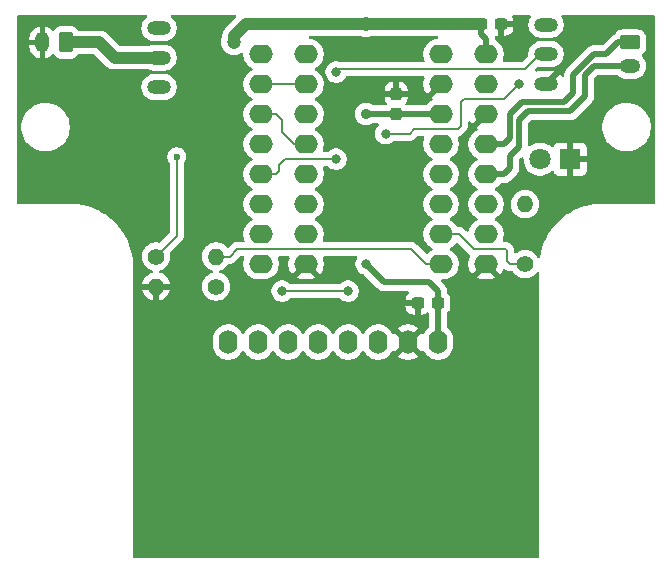
<source format=gtl>
G04 #@! TF.GenerationSoftware,KiCad,Pcbnew,9.0.0*
G04 #@! TF.CreationDate,2025-04-09T20:43:05+09:00*
G04 #@! TF.ProjectId,2_wheels_mini_Motor_inverted_Pendulum,325f7768-6565-46c7-935f-6d696e695f4d,rev?*
G04 #@! TF.SameCoordinates,Original*
G04 #@! TF.FileFunction,Copper,L1,Top*
G04 #@! TF.FilePolarity,Positive*
%FSLAX46Y46*%
G04 Gerber Fmt 4.6, Leading zero omitted, Abs format (unit mm)*
G04 Created by KiCad (PCBNEW 9.0.0) date 2025-04-09 20:43:05*
%MOMM*%
%LPD*%
G01*
G04 APERTURE LIST*
G04 Aperture macros list*
%AMRoundRect*
0 Rectangle with rounded corners*
0 $1 Rounding radius*
0 $2 $3 $4 $5 $6 $7 $8 $9 X,Y pos of 4 corners*
0 Add a 4 corners polygon primitive as box body*
4,1,4,$2,$3,$4,$5,$6,$7,$8,$9,$2,$3,0*
0 Add four circle primitives for the rounded corners*
1,1,$1+$1,$2,$3*
1,1,$1+$1,$4,$5*
1,1,$1+$1,$6,$7*
1,1,$1+$1,$8,$9*
0 Add four rect primitives between the rounded corners*
20,1,$1+$1,$2,$3,$4,$5,0*
20,1,$1+$1,$4,$5,$6,$7,0*
20,1,$1+$1,$6,$7,$8,$9,0*
20,1,$1+$1,$8,$9,$2,$3,0*%
G04 Aperture macros list end*
G04 #@! TA.AperFunction,ComponentPad*
%ADD10O,1.600000X2.000000*%
G04 #@! TD*
G04 #@! TA.AperFunction,SMDPad,CuDef*
%ADD11RoundRect,0.237500X0.237500X-0.300000X0.237500X0.300000X-0.237500X0.300000X-0.237500X-0.300000X0*%
G04 #@! TD*
G04 #@! TA.AperFunction,ComponentPad*
%ADD12C,1.400000*%
G04 #@! TD*
G04 #@! TA.AperFunction,ComponentPad*
%ADD13O,1.400000X1.400000*%
G04 #@! TD*
G04 #@! TA.AperFunction,ComponentPad*
%ADD14O,2.000000X1.200000*%
G04 #@! TD*
G04 #@! TA.AperFunction,SMDPad,CuDef*
%ADD15RoundRect,0.237500X0.300000X0.237500X-0.300000X0.237500X-0.300000X-0.237500X0.300000X-0.237500X0*%
G04 #@! TD*
G04 #@! TA.AperFunction,ComponentPad*
%ADD16RoundRect,0.250000X-0.625000X0.350000X-0.625000X-0.350000X0.625000X-0.350000X0.625000X0.350000X0*%
G04 #@! TD*
G04 #@! TA.AperFunction,ComponentPad*
%ADD17O,1.750000X1.200000*%
G04 #@! TD*
G04 #@! TA.AperFunction,SMDPad,CuDef*
%ADD18RoundRect,0.237500X-0.300000X-0.237500X0.300000X-0.237500X0.300000X0.237500X-0.300000X0.237500X0*%
G04 #@! TD*
G04 #@! TA.AperFunction,ComponentPad*
%ADD19O,2.000000X1.600000*%
G04 #@! TD*
G04 #@! TA.AperFunction,ComponentPad*
%ADD20R,1.800000X1.800000*%
G04 #@! TD*
G04 #@! TA.AperFunction,ComponentPad*
%ADD21C,1.800000*%
G04 #@! TD*
G04 #@! TA.AperFunction,ComponentPad*
%ADD22RoundRect,0.250000X0.350000X0.625000X-0.350000X0.625000X-0.350000X-0.625000X0.350000X-0.625000X0*%
G04 #@! TD*
G04 #@! TA.AperFunction,ComponentPad*
%ADD23O,1.200000X1.750000*%
G04 #@! TD*
G04 #@! TA.AperFunction,ViaPad*
%ADD24C,0.800000*%
G04 #@! TD*
G04 #@! TA.AperFunction,ViaPad*
%ADD25C,1.200000*%
G04 #@! TD*
G04 #@! TA.AperFunction,ViaPad*
%ADD26C,0.900000*%
G04 #@! TD*
G04 #@! TA.AperFunction,ViaPad*
%ADD27C,0.600000*%
G04 #@! TD*
G04 #@! TA.AperFunction,Conductor*
%ADD28C,1.000000*%
G04 #@! TD*
G04 #@! TA.AperFunction,Conductor*
%ADD29C,0.500000*%
G04 #@! TD*
G04 #@! TA.AperFunction,Conductor*
%ADD30C,0.200000*%
G04 #@! TD*
G04 APERTURE END LIST*
D10*
G04 #@! TO.P,IC4,1,VCC*
G04 #@! TO.N,+3.3V*
X148636000Y-111204000D03*
G04 #@! TO.P,IC4,2,GND*
G04 #@! TO.N,GND*
X146096000Y-111204000D03*
G04 #@! TO.P,IC4,3,SCL*
G04 #@! TO.N,Net-(IC4-SCL)*
X143556000Y-111204000D03*
G04 #@! TO.P,IC4,4,SDA*
G04 #@! TO.N,Net-(IC2-GPIO8)*
X141016000Y-111204000D03*
G04 #@! TO.P,IC4,5,XDA*
G04 #@! TO.N,unconnected-(IC4-XDA-Pad5)*
X138476000Y-111204000D03*
G04 #@! TO.P,IC4,6,XCL*
G04 #@! TO.N,unconnected-(IC4-XCL-Pad6)*
X135936000Y-111204000D03*
G04 #@! TO.P,IC4,7,ADO*
G04 #@! TO.N,unconnected-(IC4-ADO-Pad7)*
X133396000Y-111204000D03*
G04 #@! TO.P,IC4,8,INT*
G04 #@! TO.N,unconnected-(IC4-INT-Pad8)*
X130856000Y-111204000D03*
G04 #@! TD*
D11*
G04 #@! TO.P,C2,1*
G04 #@! TO.N,+3.3V*
X145080000Y-91900000D03*
G04 #@! TO.P,C2,2*
G04 #@! TO.N,GND*
X145080000Y-90175000D03*
G04 #@! TD*
D12*
G04 #@! TO.P,R1,1*
G04 #@! TO.N,Net-(IC1-VI)*
X124760000Y-103965000D03*
D13*
G04 #@! TO.P,R1,2*
G04 #@! TO.N,Net-(IC2-GPIO0)*
X129840000Y-103965000D03*
G04 #@! TD*
D14*
G04 #@! TO.P,SW2,1,A*
G04 #@! TO.N,Net-(IC4-SCL)*
X157780000Y-84320000D03*
G04 #@! TO.P,SW2,2,B*
G04 #@! TO.N,Net-(IC2-GPIO9)*
X157780000Y-86820000D03*
G04 #@! TO.P,SW2,3,C*
G04 #@! TO.N,GND*
X157780000Y-89320000D03*
G04 #@! TD*
G04 #@! TO.P,SW1,1,A*
G04 #@! TO.N,unconnected-(SW1-A-Pad1)*
X125014000Y-89614000D03*
G04 #@! TO.P,SW1,2,B*
G04 #@! TO.N,Net-(CN1-Pin_1)*
X125014000Y-87114000D03*
G04 #@! TO.P,SW1,3,C*
G04 #@! TO.N,Net-(IC1-VI)*
X125014000Y-84614000D03*
G04 #@! TD*
D15*
G04 #@! TO.P,C5,1*
G04 #@! TO.N,+3.3V*
X148636000Y-107902000D03*
G04 #@! TO.P,C5,2*
G04 #@! TO.N,GND*
X146911000Y-107902000D03*
G04 #@! TD*
D16*
G04 #@! TO.P,CN2,1,Pin_1*
G04 #@! TO.N,Net-(CN2-Pin_1)*
X164892000Y-85836000D03*
D17*
G04 #@! TO.P,CN2,2,Pin_2*
G04 #@! TO.N,Net-(CN2-Pin_2)*
X164892000Y-87836000D03*
G04 #@! TD*
D12*
G04 #@! TO.P,R2,1*
G04 #@! TO.N,Net-(IC2-GPIO0)*
X129840000Y-106505000D03*
D13*
G04 #@! TO.P,R2,2*
G04 #@! TO.N,GND*
X124760000Y-106505000D03*
G04 #@! TD*
D12*
G04 #@! TO.P,R3,1*
G04 #@! TO.N,Net-(IC2-GPIO1)*
X156002000Y-104600000D03*
D13*
G04 #@! TO.P,R3,2*
G04 #@! TO.N,Net-(D1-A)*
X156002000Y-99520000D03*
G04 #@! TD*
D18*
G04 #@! TO.P,C4,1*
G04 #@! TO.N,+3.3V*
X152245000Y-84280000D03*
G04 #@! TO.P,C4,2*
G04 #@! TO.N,GND*
X153970000Y-84280000D03*
G04 #@! TD*
D19*
G04 #@! TO.P,IC2,1,GPIO5*
G04 #@! TO.N,Net-(IC2-GPIO5)*
X133650000Y-86820000D03*
G04 #@! TO.P,IC2,2,GPIO6*
G04 #@! TO.N,Net-(IC2-GPIO6)*
X133650000Y-89360000D03*
G04 #@! TO.P,IC2,3,GPIO7*
G04 #@! TO.N,Net-(IC2-GPIO7)*
X133650000Y-91900000D03*
G04 #@! TO.P,IC2,4,GPIO8*
G04 #@! TO.N,Net-(IC2-GPIO8)*
X133650000Y-94440000D03*
G04 #@! TO.P,IC2,5,GPIO9*
G04 #@! TO.N,Net-(IC2-GPIO9)*
X133650000Y-96980000D03*
G04 #@! TO.P,IC2,6,GPIO10*
G04 #@! TO.N,unconnected-(IC2-GPIO10-Pad6)*
X133650000Y-99520000D03*
G04 #@! TO.P,IC2,7,GPIO20*
G04 #@! TO.N,unconnected-(IC2-GPIO20-Pad7)*
X133650000Y-102060000D03*
G04 #@! TO.P,IC2,8,GPIO21*
G04 #@! TO.N,unconnected-(IC2-GPIO21-Pad8)*
X133650000Y-104600000D03*
G04 #@! TO.P,IC2,9,GPIO0*
G04 #@! TO.N,Net-(IC2-GPIO0)*
X148890000Y-104600000D03*
G04 #@! TO.P,IC2,10,GPIO1*
G04 #@! TO.N,Net-(IC2-GPIO1)*
X148890000Y-102060000D03*
G04 #@! TO.P,IC2,11,GPIO2*
G04 #@! TO.N,unconnected-(IC2-GPIO2-Pad11)*
X148890000Y-99520000D03*
G04 #@! TO.P,IC2,12,GPIO3*
G04 #@! TO.N,unconnected-(IC2-GPIO3-Pad12)*
X148890000Y-96980000D03*
G04 #@! TO.P,IC2,13,GPIO4*
G04 #@! TO.N,unconnected-(IC2-GPIO4-Pad13)*
X148890000Y-94440000D03*
G04 #@! TO.P,IC2,14,3.3V*
G04 #@! TO.N,+3.3V*
X148890000Y-91900000D03*
G04 #@! TO.P,IC2,15,GND*
G04 #@! TO.N,GND*
X148890000Y-89360000D03*
G04 #@! TO.P,IC2,16,5V*
G04 #@! TO.N,unconnected-(IC2-5V-Pad16)*
X148890000Y-86820000D03*
G04 #@! TD*
D20*
G04 #@! TO.P,D1,1,K*
G04 #@! TO.N,GND*
X159812000Y-95710000D03*
D21*
G04 #@! TO.P,D1,2,A*
G04 #@! TO.N,Net-(D1-A)*
X157272000Y-95710000D03*
G04 #@! TD*
D22*
G04 #@! TO.P,CN1,1,Pin_1*
G04 #@! TO.N,Net-(CN1-Pin_1)*
X117140000Y-85836000D03*
D23*
G04 #@! TO.P,CN1,2,Pin_2*
G04 #@! TO.N,GND*
X115140000Y-85836000D03*
G04 #@! TD*
D19*
G04 #@! TO.P,IC3,1,VM*
G04 #@! TO.N,+3.3V*
X152700000Y-86820000D03*
G04 #@! TO.P,IC3,2,NC*
G04 #@! TO.N,unconnected-(IC3-NC-Pad2)*
X152700000Y-89360000D03*
G04 #@! TO.P,IC3,3,GND*
G04 #@! TO.N,GND*
X152700000Y-91900000D03*
G04 #@! TO.P,IC3,4,AO1*
G04 #@! TO.N,Net-(CN2-Pin_1)*
X152700000Y-94440000D03*
G04 #@! TO.P,IC3,5,AO2*
G04 #@! TO.N,Net-(CN2-Pin_2)*
X152700000Y-96980000D03*
G04 #@! TO.P,IC3,6,BO2*
G04 #@! TO.N,unconnected-(IC3-BO2-Pad6)*
X152700000Y-99520000D03*
G04 #@! TO.P,IC3,7,BO1*
G04 #@! TO.N,unconnected-(IC3-BO1-Pad7)*
X152700000Y-102060000D03*
G04 #@! TO.P,IC3,8,GND*
G04 #@! TO.N,GND*
X152700000Y-104600000D03*
G04 #@! TO.P,IC3,9,GND*
X137460000Y-104600000D03*
G04 #@! TO.P,IC3,10,NC*
G04 #@! TO.N,unconnected-(IC3-NC-Pad10)*
X137460000Y-102060000D03*
G04 #@! TO.P,IC3,11,BIN2*
G04 #@! TO.N,unconnected-(IC3-BIN2-Pad11)*
X137460000Y-99520000D03*
G04 #@! TO.P,IC3,12,BIN1*
G04 #@! TO.N,unconnected-(IC3-BIN1-Pad12)*
X137460000Y-96980000D03*
G04 #@! TO.P,IC3,13,STBY*
G04 #@! TO.N,Net-(IC2-GPIO7)*
X137460000Y-94440000D03*
G04 #@! TO.P,IC3,14,AIN1*
G04 #@! TO.N,Net-(IC2-GPIO5)*
X137460000Y-91900000D03*
G04 #@! TO.P,IC3,15,AIN2*
G04 #@! TO.N,Net-(IC2-GPIO6)*
X137460000Y-89360000D03*
G04 #@! TO.P,IC3,16,NC*
G04 #@! TO.N,unconnected-(IC3-NC-Pad16)*
X137460000Y-86820000D03*
G04 #@! TD*
D24*
G04 #@! TO.N,GND*
X145080000Y-121110000D03*
X151430000Y-126190000D03*
X140000000Y-86820000D03*
X145080000Y-126190000D03*
X160574000Y-84280000D03*
X140000000Y-100790000D03*
X162860000Y-96980000D03*
X126030000Y-126190000D03*
X132380000Y-116030000D03*
X126284000Y-110188000D03*
X165400000Y-96980000D03*
X138730000Y-121110000D03*
X145842000Y-95964000D03*
X145080000Y-116284000D03*
X151684000Y-109934000D03*
X145842000Y-100790000D03*
X145588000Y-86820000D03*
X161082000Y-92408000D03*
X119172000Y-90122000D03*
X138730000Y-126190000D03*
X132380000Y-126190000D03*
X126030000Y-116030000D03*
X128062000Y-85804000D03*
X138730000Y-116030000D03*
X151430000Y-116030000D03*
X118918000Y-97742000D03*
X126030000Y-121110000D03*
X114854000Y-97742000D03*
X151430000Y-121110000D03*
X132380000Y-121110000D03*
D25*
G04 #@! TO.N,+3.3V*
X142540000Y-84280000D03*
D26*
X142540000Y-91900000D03*
D25*
X131364000Y-85804000D03*
D24*
X142540000Y-104600000D03*
D27*
G04 #@! TO.N,Net-(IC1-VI)*
X126500000Y-95500000D03*
D24*
G04 #@! TO.N,Net-(IC2-GPIO8)*
X141016000Y-106886000D03*
X135428000Y-106886000D03*
G04 #@! TO.N,Net-(IC2-GPIO9)*
X140000000Y-88344000D03*
X140000000Y-95710000D03*
G04 #@! TO.N,Net-(IC4-SCL)*
X155494000Y-89360000D03*
X144191000Y-93551000D03*
G04 #@! TD*
D28*
G04 #@! TO.N,+3.3V*
X131364000Y-85296000D02*
X132380000Y-84280000D01*
D29*
X148636000Y-107902000D02*
X148636000Y-106886000D01*
X145080000Y-91900000D02*
X148890000Y-91900000D01*
D28*
X132380000Y-84280000D02*
X142540000Y-84280000D01*
X150160000Y-84280000D02*
X152245000Y-84280000D01*
D29*
X145080000Y-91900000D02*
X142540000Y-91900000D01*
X148636000Y-107902000D02*
X148636000Y-111204000D01*
X144064000Y-106124000D02*
X147874000Y-106124000D01*
X152700000Y-85550000D02*
X152700000Y-86820000D01*
D28*
X131364000Y-85804000D02*
X131364000Y-85296000D01*
D29*
X148636000Y-106886000D02*
X147874000Y-106124000D01*
D28*
X142540000Y-84280000D02*
X150160000Y-84280000D01*
D29*
X142540000Y-104600000D02*
X144064000Y-106124000D01*
X152245000Y-84280000D02*
X152245000Y-85095000D01*
X152245000Y-85095000D02*
X152700000Y-85550000D01*
D28*
G04 #@! TO.N,Net-(CN1-Pin_1)*
X119966000Y-85836000D02*
X121244000Y-87114000D01*
X117140000Y-85836000D02*
X119966000Y-85836000D01*
X121244000Y-87114000D02*
X125014000Y-87114000D01*
D29*
G04 #@! TO.N,Net-(CN2-Pin_1)*
X154224000Y-94440000D02*
X154732000Y-93932000D01*
X163844000Y-85836000D02*
X164892000Y-85836000D01*
X152700000Y-94440000D02*
X154224000Y-94440000D01*
X160066000Y-90122000D02*
X160066000Y-88598000D01*
X162860000Y-86820000D02*
X163844000Y-85836000D01*
X161844000Y-86820000D02*
X162860000Y-86820000D01*
X154732000Y-93932000D02*
X154732000Y-91900000D01*
X154732000Y-91900000D02*
X155748000Y-90884000D01*
X159304000Y-90884000D02*
X160066000Y-90122000D01*
X155748000Y-90884000D02*
X159304000Y-90884000D01*
X160066000Y-88598000D02*
X161844000Y-86820000D01*
G04 #@! TO.N,Net-(CN2-Pin_2)*
X154224000Y-96980000D02*
X152700000Y-96980000D01*
X161082000Y-88598000D02*
X161082000Y-90376000D01*
X156256000Y-91646000D02*
X155494000Y-92408000D01*
X154732000Y-95456000D02*
X154732000Y-96472000D01*
X155494000Y-92408000D02*
X155494000Y-94694000D01*
X159812000Y-91646000D02*
X156256000Y-91646000D01*
X161844000Y-87836000D02*
X161082000Y-88598000D01*
X154732000Y-96472000D02*
X154224000Y-96980000D01*
X155494000Y-94694000D02*
X154732000Y-95456000D01*
X164892000Y-87836000D02*
X161844000Y-87836000D01*
X161082000Y-90376000D02*
X159812000Y-91646000D01*
D30*
G04 #@! TO.N,Net-(IC1-VI)*
X124760000Y-103965000D02*
X126500000Y-102225000D01*
X126500000Y-102225000D02*
X126500000Y-95500000D01*
G04 #@! TO.N,Net-(IC2-GPIO8)*
X135428000Y-106886000D02*
X141016000Y-106886000D01*
G04 #@! TO.N,Net-(IC2-GPIO0)*
X146350000Y-103330000D02*
X147620000Y-104600000D01*
X130983000Y-103965000D02*
X129840000Y-103965000D01*
X147620000Y-104600000D02*
X148890000Y-104600000D01*
X131618000Y-103330000D02*
X130983000Y-103965000D01*
X131618000Y-103330000D02*
X146350000Y-103330000D01*
G04 #@! TO.N,Net-(IC2-GPIO1)*
X151684000Y-103330000D02*
X154351000Y-103330000D01*
X154478000Y-103457000D02*
X154478000Y-104346000D01*
X150414000Y-102060000D02*
X151684000Y-103330000D01*
X154732000Y-104600000D02*
X156002000Y-104600000D01*
X148890000Y-102060000D02*
X150414000Y-102060000D01*
D29*
X148890000Y-102060000D02*
X149144000Y-102060000D01*
D30*
X154351000Y-103330000D02*
X154478000Y-103457000D01*
X154478000Y-104346000D02*
X154732000Y-104600000D01*
G04 #@! TO.N,Net-(IC2-GPIO7)*
X134920000Y-91900000D02*
X135428000Y-92408000D01*
X135428000Y-93424000D02*
X136444000Y-94440000D01*
X135428000Y-92408000D02*
X135428000Y-93424000D01*
X136444000Y-94440000D02*
X137460000Y-94440000D01*
X133650000Y-91900000D02*
X134920000Y-91900000D01*
G04 #@! TO.N,Net-(IC2-GPIO6)*
X137460000Y-89360000D02*
X133650000Y-89360000D01*
G04 #@! TO.N,Net-(IC2-GPIO9)*
X134920000Y-96980000D02*
X135174000Y-96726000D01*
X135174000Y-96218000D02*
X135682000Y-95710000D01*
X157272000Y-86820000D02*
X157780000Y-86820000D01*
X135174000Y-96726000D02*
X135174000Y-96218000D01*
X135682000Y-95710000D02*
X140000000Y-95710000D01*
X140254000Y-88090000D02*
X156002000Y-88090000D01*
X140000000Y-88344000D02*
X140254000Y-88090000D01*
X156002000Y-88090000D02*
X157272000Y-86820000D01*
X133650000Y-96980000D02*
X134920000Y-96980000D01*
G04 #@! TO.N,Net-(IC4-SCL)*
X144191000Y-93551000D02*
X146223000Y-93551000D01*
X146604000Y-93170000D02*
X150287000Y-93170000D01*
X150795000Y-90630000D02*
X154224000Y-90630000D01*
X150541000Y-90884000D02*
X150795000Y-90630000D01*
X144191000Y-93551000D02*
X144318000Y-93424000D01*
X150287000Y-93170000D02*
X150541000Y-92916000D01*
X146223000Y-93551000D02*
X146604000Y-93170000D01*
X154224000Y-90630000D02*
X155494000Y-89360000D01*
X150541000Y-92916000D02*
X150541000Y-90884000D01*
G04 #@! TD*
G04 #@! TA.AperFunction,Conductor*
G04 #@! TO.N,GND*
G36*
X123959725Y-83520185D02*
G01*
X124005480Y-83572989D01*
X124015424Y-83642147D01*
X123986399Y-83705703D01*
X123965573Y-83724816D01*
X123897072Y-83774586D01*
X123897070Y-83774588D01*
X123897069Y-83774588D01*
X123774588Y-83897069D01*
X123774588Y-83897070D01*
X123774586Y-83897072D01*
X123730859Y-83957256D01*
X123672768Y-84037211D01*
X123594128Y-84191552D01*
X123540597Y-84356302D01*
X123532629Y-84406611D01*
X123513500Y-84527389D01*
X123513500Y-84700611D01*
X123519026Y-84735500D01*
X123537747Y-84853705D01*
X123540598Y-84871701D01*
X123594127Y-85036445D01*
X123672768Y-85190788D01*
X123774586Y-85330928D01*
X123897072Y-85453414D01*
X124037212Y-85555232D01*
X124191555Y-85633873D01*
X124356299Y-85687402D01*
X124527389Y-85714500D01*
X124527390Y-85714500D01*
X125500610Y-85714500D01*
X125500611Y-85714500D01*
X125671701Y-85687402D01*
X125836445Y-85633873D01*
X125990788Y-85555232D01*
X126130928Y-85453414D01*
X126253414Y-85330928D01*
X126355232Y-85190788D01*
X126433873Y-85036445D01*
X126487402Y-84871701D01*
X126514500Y-84700611D01*
X126514500Y-84527389D01*
X126487402Y-84356299D01*
X126433873Y-84191555D01*
X126355232Y-84037212D01*
X126253414Y-83897072D01*
X126130928Y-83774586D01*
X126062427Y-83724817D01*
X126019763Y-83669488D01*
X126013784Y-83599874D01*
X126046390Y-83538079D01*
X126107229Y-83503722D01*
X126135314Y-83500500D01*
X131445217Y-83500500D01*
X131512256Y-83520185D01*
X131558011Y-83572989D01*
X131567955Y-83642147D01*
X131538930Y-83705703D01*
X131532898Y-83712181D01*
X130726221Y-84518858D01*
X130726218Y-84518861D01*
X130678438Y-84566641D01*
X130586859Y-84658219D01*
X130477371Y-84822079D01*
X130477364Y-84822092D01*
X130448382Y-84892062D01*
X130448370Y-84892093D01*
X130447566Y-84894035D01*
X130401949Y-85004164D01*
X130398906Y-85019464D01*
X130396940Y-85029342D01*
X130396939Y-85029348D01*
X130363500Y-85197456D01*
X130363500Y-85313763D01*
X130349984Y-85370059D01*
X130344128Y-85381550D01*
X130290597Y-85546302D01*
X130263500Y-85717389D01*
X130263500Y-85890610D01*
X130287255Y-86040598D01*
X130290598Y-86061701D01*
X130344127Y-86226445D01*
X130422768Y-86380788D01*
X130524586Y-86520928D01*
X130647072Y-86643414D01*
X130787212Y-86745232D01*
X130941555Y-86823873D01*
X131106299Y-86877402D01*
X131277389Y-86904500D01*
X131277390Y-86904500D01*
X131450610Y-86904500D01*
X131450611Y-86904500D01*
X131621701Y-86877402D01*
X131786445Y-86823873D01*
X131940788Y-86745232D01*
X131952611Y-86736641D01*
X132018416Y-86713159D01*
X132086471Y-86728982D01*
X132135168Y-86779086D01*
X132149500Y-86836957D01*
X132149500Y-86922351D01*
X132181522Y-87124534D01*
X132244781Y-87319223D01*
X132337715Y-87501613D01*
X132458028Y-87667213D01*
X132602786Y-87811971D01*
X132747981Y-87917459D01*
X132768390Y-87932287D01*
X132859840Y-87978883D01*
X132861080Y-87979515D01*
X132911876Y-88027490D01*
X132928671Y-88095311D01*
X132906134Y-88161446D01*
X132861080Y-88200485D01*
X132768386Y-88247715D01*
X132602786Y-88368028D01*
X132458028Y-88512786D01*
X132337715Y-88678386D01*
X132244781Y-88860776D01*
X132181522Y-89055465D01*
X132149500Y-89257648D01*
X132149500Y-89462351D01*
X132181522Y-89664534D01*
X132244781Y-89859223D01*
X132305001Y-89977409D01*
X132335082Y-90036447D01*
X132337715Y-90041613D01*
X132458028Y-90207213D01*
X132602786Y-90351971D01*
X132703304Y-90425000D01*
X132768390Y-90472287D01*
X132849059Y-90513390D01*
X132861080Y-90519515D01*
X132911876Y-90567490D01*
X132928671Y-90635311D01*
X132906134Y-90701446D01*
X132861080Y-90740485D01*
X132768386Y-90787715D01*
X132602786Y-90908028D01*
X132458028Y-91052786D01*
X132337715Y-91218386D01*
X132244781Y-91400776D01*
X132181522Y-91595465D01*
X132149500Y-91797648D01*
X132149500Y-92002351D01*
X132181522Y-92204534D01*
X132244781Y-92399223D01*
X132270654Y-92450000D01*
X132337582Y-92581353D01*
X132337715Y-92581613D01*
X132458028Y-92747213D01*
X132602786Y-92891971D01*
X132744673Y-92995056D01*
X132768390Y-93012287D01*
X132824105Y-93040675D01*
X132861080Y-93059515D01*
X132911876Y-93107490D01*
X132928671Y-93175311D01*
X132906134Y-93241446D01*
X132861080Y-93280485D01*
X132768386Y-93327715D01*
X132602786Y-93448028D01*
X132458028Y-93592786D01*
X132337715Y-93758386D01*
X132244781Y-93940776D01*
X132181522Y-94135465D01*
X132153958Y-94309500D01*
X132149500Y-94337648D01*
X132149500Y-94542352D01*
X132149913Y-94544957D01*
X132181522Y-94744534D01*
X132244781Y-94939223D01*
X132308691Y-95064653D01*
X132337314Y-95120827D01*
X132337715Y-95121613D01*
X132458028Y-95287213D01*
X132602786Y-95431971D01*
X132746394Y-95536306D01*
X132768390Y-95552287D01*
X132841519Y-95589548D01*
X132861080Y-95599515D01*
X132911876Y-95647490D01*
X132928671Y-95715311D01*
X132906134Y-95781446D01*
X132861080Y-95820485D01*
X132768386Y-95867715D01*
X132602786Y-95988028D01*
X132458028Y-96132786D01*
X132337715Y-96298386D01*
X132244781Y-96480776D01*
X132181522Y-96675465D01*
X132149500Y-96877648D01*
X132149500Y-97082352D01*
X132152865Y-97103596D01*
X132181522Y-97284534D01*
X132244781Y-97479223D01*
X132294848Y-97577483D01*
X132337710Y-97661605D01*
X132337715Y-97661613D01*
X132458028Y-97827213D01*
X132602786Y-97971971D01*
X132757749Y-98084556D01*
X132768390Y-98092287D01*
X132859840Y-98138883D01*
X132861080Y-98139515D01*
X132911876Y-98187490D01*
X132928671Y-98255311D01*
X132906134Y-98321446D01*
X132861080Y-98360485D01*
X132768386Y-98407715D01*
X132602786Y-98528028D01*
X132458028Y-98672786D01*
X132337715Y-98838386D01*
X132244781Y-99020776D01*
X132181522Y-99215465D01*
X132149500Y-99417648D01*
X132149500Y-99622351D01*
X132181522Y-99824534D01*
X132244781Y-100019223D01*
X132337715Y-100201613D01*
X132458028Y-100367213D01*
X132602786Y-100511971D01*
X132757749Y-100624556D01*
X132768390Y-100632287D01*
X132831869Y-100664631D01*
X132861080Y-100679515D01*
X132911876Y-100727490D01*
X132928671Y-100795311D01*
X132906134Y-100861446D01*
X132861080Y-100900485D01*
X132768386Y-100947715D01*
X132602786Y-101068028D01*
X132458028Y-101212786D01*
X132337715Y-101378386D01*
X132244781Y-101560776D01*
X132181522Y-101755465D01*
X132149500Y-101957648D01*
X132149500Y-102162351D01*
X132181522Y-102364534D01*
X132215808Y-102470052D01*
X132244780Y-102559219D01*
X132244781Y-102559222D01*
X132246286Y-102563852D01*
X132244964Y-102564281D01*
X132251764Y-102627514D01*
X132220491Y-102689994D01*
X132160403Y-102725648D01*
X132129734Y-102729500D01*
X131704670Y-102729500D01*
X131704654Y-102729499D01*
X131697058Y-102729499D01*
X131538943Y-102729499D01*
X131462579Y-102749961D01*
X131386214Y-102770423D01*
X131386209Y-102770426D01*
X131249290Y-102849475D01*
X131249282Y-102849481D01*
X130923444Y-103175319D01*
X130862121Y-103208804D01*
X130792429Y-103203820D01*
X130748082Y-103175319D01*
X130622075Y-103049312D01*
X130622073Y-103049310D01*
X130469199Y-102938240D01*
X130408317Y-102907219D01*
X130300836Y-102852454D01*
X130121118Y-102794059D01*
X129934486Y-102764500D01*
X129934481Y-102764500D01*
X129745519Y-102764500D01*
X129745514Y-102764500D01*
X129558881Y-102794059D01*
X129379163Y-102852454D01*
X129210800Y-102938240D01*
X129169351Y-102968355D01*
X129057927Y-103049310D01*
X129057925Y-103049312D01*
X129057924Y-103049312D01*
X128924312Y-103182924D01*
X128924312Y-103182925D01*
X128924310Y-103182927D01*
X128905509Y-103208804D01*
X128813240Y-103335800D01*
X128727454Y-103504163D01*
X128669059Y-103683881D01*
X128639500Y-103870513D01*
X128639500Y-104059486D01*
X128669059Y-104246118D01*
X128727454Y-104425836D01*
X128787950Y-104544565D01*
X128813240Y-104594199D01*
X128924310Y-104747073D01*
X129057927Y-104880690D01*
X129210801Y-104991760D01*
X129279061Y-105026540D01*
X129379163Y-105077545D01*
X129379165Y-105077545D01*
X129379168Y-105077547D01*
X129468734Y-105106649D01*
X129500803Y-105117069D01*
X129558478Y-105156507D01*
X129585676Y-105220866D01*
X129573761Y-105289712D01*
X129526516Y-105341188D01*
X129500803Y-105352931D01*
X129379163Y-105392454D01*
X129210800Y-105478240D01*
X129123579Y-105541610D01*
X129057927Y-105589310D01*
X129057925Y-105589312D01*
X129057924Y-105589312D01*
X128924312Y-105722924D01*
X128924312Y-105722925D01*
X128924310Y-105722927D01*
X128902177Y-105753391D01*
X128813240Y-105875800D01*
X128727454Y-106044163D01*
X128669059Y-106223881D01*
X128639500Y-106410513D01*
X128639500Y-106599486D01*
X128669059Y-106786118D01*
X128727454Y-106965836D01*
X128799702Y-107107629D01*
X128813240Y-107134199D01*
X128924310Y-107287073D01*
X129057927Y-107420690D01*
X129210801Y-107531760D01*
X129290347Y-107572290D01*
X129379163Y-107617545D01*
X129379165Y-107617545D01*
X129379168Y-107617547D01*
X129475497Y-107648846D01*
X129558881Y-107675940D01*
X129745514Y-107705500D01*
X129745519Y-107705500D01*
X129934486Y-107705500D01*
X130121118Y-107675940D01*
X130134213Y-107671685D01*
X130300832Y-107617547D01*
X130469199Y-107531760D01*
X130622073Y-107420690D01*
X130755690Y-107287073D01*
X130866760Y-107134199D01*
X130952547Y-106965832D01*
X131007305Y-106797304D01*
X134527500Y-106797304D01*
X134527500Y-106974695D01*
X134562103Y-107148658D01*
X134562106Y-107148667D01*
X134629983Y-107312540D01*
X134629990Y-107312553D01*
X134728535Y-107460034D01*
X134728538Y-107460038D01*
X134853961Y-107585461D01*
X134853965Y-107585464D01*
X135001446Y-107684009D01*
X135001459Y-107684016D01*
X135099172Y-107724489D01*
X135165334Y-107751894D01*
X135165336Y-107751894D01*
X135165341Y-107751896D01*
X135339304Y-107786499D01*
X135339307Y-107786500D01*
X135339309Y-107786500D01*
X135516693Y-107786500D01*
X135516694Y-107786499D01*
X135574682Y-107774964D01*
X135690658Y-107751896D01*
X135690661Y-107751894D01*
X135690666Y-107751894D01*
X135854547Y-107684013D01*
X136002035Y-107585464D01*
X136064681Y-107522817D01*
X136126002Y-107489334D01*
X136152361Y-107486500D01*
X140291639Y-107486500D01*
X140358678Y-107506185D01*
X140379315Y-107522814D01*
X140441962Y-107585461D01*
X140441966Y-107585465D01*
X140589446Y-107684009D01*
X140589459Y-107684016D01*
X140687172Y-107724489D01*
X140753334Y-107751894D01*
X140753336Y-107751894D01*
X140753341Y-107751896D01*
X140927304Y-107786499D01*
X140927307Y-107786500D01*
X140927309Y-107786500D01*
X141104693Y-107786500D01*
X141104694Y-107786499D01*
X141162682Y-107774964D01*
X141278658Y-107751896D01*
X141278661Y-107751894D01*
X141278666Y-107751894D01*
X141442547Y-107684013D01*
X141590035Y-107585464D01*
X141715464Y-107460035D01*
X141814013Y-107312547D01*
X141881894Y-107148666D01*
X141884824Y-107133940D01*
X141916499Y-106974695D01*
X141916500Y-106974693D01*
X141916500Y-106797306D01*
X141916499Y-106797304D01*
X141881896Y-106623341D01*
X141881893Y-106623332D01*
X141873229Y-106602416D01*
X141843444Y-106530506D01*
X141814016Y-106459459D01*
X141814009Y-106459446D01*
X141715464Y-106311965D01*
X141715461Y-106311961D01*
X141590038Y-106186538D01*
X141590034Y-106186535D01*
X141442553Y-106087990D01*
X141442540Y-106087983D01*
X141278667Y-106020106D01*
X141278658Y-106020103D01*
X141104694Y-105985500D01*
X141104691Y-105985500D01*
X140927309Y-105985500D01*
X140927306Y-105985500D01*
X140753341Y-106020103D01*
X140753332Y-106020106D01*
X140589459Y-106087983D01*
X140589446Y-106087990D01*
X140441966Y-106186534D01*
X140410643Y-106217857D01*
X140379318Y-106249182D01*
X140317998Y-106282666D01*
X140291639Y-106285500D01*
X136152361Y-106285500D01*
X136085322Y-106265815D01*
X136064684Y-106249185D01*
X136002035Y-106186536D01*
X136002034Y-106186535D01*
X136002033Y-106186534D01*
X135854553Y-106087990D01*
X135854540Y-106087983D01*
X135690667Y-106020106D01*
X135690658Y-106020103D01*
X135516694Y-105985500D01*
X135516691Y-105985500D01*
X135339309Y-105985500D01*
X135339306Y-105985500D01*
X135165341Y-106020103D01*
X135165332Y-106020106D01*
X135001459Y-106087983D01*
X135001446Y-106087990D01*
X134853965Y-106186535D01*
X134853961Y-106186538D01*
X134728538Y-106311961D01*
X134728535Y-106311965D01*
X134629990Y-106459446D01*
X134629983Y-106459459D01*
X134562106Y-106623332D01*
X134562103Y-106623341D01*
X134527500Y-106797304D01*
X131007305Y-106797304D01*
X131010940Y-106786118D01*
X131022067Y-106715863D01*
X131040500Y-106599486D01*
X131040500Y-106410513D01*
X131010940Y-106223881D01*
X130966783Y-106087983D01*
X130952547Y-106044168D01*
X130952545Y-106044165D01*
X130952545Y-106044163D01*
X130891947Y-105925233D01*
X130866760Y-105875801D01*
X130755690Y-105722927D01*
X130622073Y-105589310D01*
X130469199Y-105478240D01*
X130408317Y-105447219D01*
X130300836Y-105392454D01*
X130181917Y-105353815D01*
X130179195Y-105352930D01*
X130121521Y-105313493D01*
X130094323Y-105249134D01*
X130106238Y-105180288D01*
X130153482Y-105128812D01*
X130179194Y-105117069D01*
X130300832Y-105077547D01*
X130469199Y-104991760D01*
X130622073Y-104880690D01*
X130755690Y-104747073D01*
X130850474Y-104616615D01*
X130905805Y-104573950D01*
X130950792Y-104565501D01*
X131062054Y-104565501D01*
X131062057Y-104565501D01*
X131214785Y-104524577D01*
X131270021Y-104492686D01*
X131351716Y-104445520D01*
X131463520Y-104333716D01*
X131463520Y-104333714D01*
X131473721Y-104323514D01*
X131473724Y-104323509D01*
X131830418Y-103966817D01*
X131857350Y-103952111D01*
X131883163Y-103935523D01*
X131889363Y-103934631D01*
X131891740Y-103933334D01*
X131918098Y-103930500D01*
X132129734Y-103930500D01*
X132196773Y-103950185D01*
X132242528Y-104002989D01*
X132252472Y-104072147D01*
X132245919Y-104096029D01*
X132246286Y-104096148D01*
X132244781Y-104100777D01*
X132244780Y-104100781D01*
X132230800Y-104143807D01*
X132181522Y-104295465D01*
X132149500Y-104497648D01*
X132149500Y-104702351D01*
X132181522Y-104904534D01*
X132244781Y-105099223D01*
X132286220Y-105180550D01*
X132327357Y-105261286D01*
X132337715Y-105281613D01*
X132458028Y-105447213D01*
X132602786Y-105591971D01*
X132757749Y-105704556D01*
X132768390Y-105712287D01*
X132883503Y-105770940D01*
X132950776Y-105805218D01*
X132950778Y-105805218D01*
X132950781Y-105805220D01*
X133055137Y-105839127D01*
X133145465Y-105868477D01*
X133191707Y-105875801D01*
X133347648Y-105900500D01*
X133347649Y-105900500D01*
X133952351Y-105900500D01*
X133952352Y-105900500D01*
X134154534Y-105868477D01*
X134349219Y-105805220D01*
X134531610Y-105712287D01*
X134672305Y-105610067D01*
X134672307Y-105610066D01*
X134697212Y-105591971D01*
X134697210Y-105591971D01*
X134697219Y-105591966D01*
X134841966Y-105447219D01*
X134841968Y-105447215D01*
X134841971Y-105447213D01*
X134895526Y-105373500D01*
X134962287Y-105281610D01*
X135055220Y-105099219D01*
X135118477Y-104904534D01*
X135150500Y-104702352D01*
X135150500Y-104497648D01*
X135132550Y-104384315D01*
X135118477Y-104295465D01*
X135096822Y-104228820D01*
X135055220Y-104100781D01*
X135055218Y-104100777D01*
X135053714Y-104096148D01*
X135055035Y-104095718D01*
X135048236Y-104032486D01*
X135079509Y-103970006D01*
X135139597Y-103934352D01*
X135170266Y-103930500D01*
X135940276Y-103930500D01*
X136007315Y-103950185D01*
X136053070Y-104002989D01*
X136063014Y-104072147D01*
X136056408Y-104096229D01*
X136056749Y-104096340D01*
X135992009Y-104295582D01*
X135960000Y-104497682D01*
X135960000Y-104702317D01*
X135992009Y-104904417D01*
X136055244Y-105099031D01*
X136148142Y-105281352D01*
X136264684Y-105441760D01*
X136264686Y-105441761D01*
X136936212Y-104770234D01*
X136947482Y-104812292D01*
X137019890Y-104937708D01*
X137122292Y-105040110D01*
X137247708Y-105112518D01*
X137289764Y-105123787D01*
X136660159Y-105753391D01*
X136760965Y-105804753D01*
X136760972Y-105804756D01*
X136955582Y-105867990D01*
X137157683Y-105900000D01*
X137762317Y-105900000D01*
X137964417Y-105867990D01*
X138159031Y-105804755D01*
X138259838Y-105753390D01*
X137630235Y-105123787D01*
X137672292Y-105112518D01*
X137797708Y-105040110D01*
X137900110Y-104937708D01*
X137972518Y-104812292D01*
X137983787Y-104770236D01*
X138655312Y-105441761D01*
X138655312Y-105441760D01*
X138771859Y-105281349D01*
X138864755Y-105099031D01*
X138927990Y-104904417D01*
X138960000Y-104702317D01*
X138960000Y-104497682D01*
X138927990Y-104295582D01*
X138863251Y-104096340D01*
X138864512Y-104095930D01*
X138857697Y-104032470D01*
X138888978Y-103969994D01*
X138949071Y-103934348D01*
X138979724Y-103930500D01*
X141672335Y-103930500D01*
X141739374Y-103950185D01*
X141785129Y-104002989D01*
X141795073Y-104072147D01*
X141775437Y-104123391D01*
X141741990Y-104173446D01*
X141741983Y-104173459D01*
X141674106Y-104337332D01*
X141674103Y-104337341D01*
X141639500Y-104511304D01*
X141639500Y-104688695D01*
X141674103Y-104862658D01*
X141674106Y-104862667D01*
X141741983Y-105026540D01*
X141741990Y-105026553D01*
X141840535Y-105174034D01*
X141840538Y-105174038D01*
X141965961Y-105299461D01*
X141965965Y-105299464D01*
X142113446Y-105398009D01*
X142113459Y-105398016D01*
X142190106Y-105429763D01*
X142277334Y-105465894D01*
X142324318Y-105475239D01*
X142386227Y-105507622D01*
X142387807Y-105509175D01*
X142966616Y-106087983D01*
X143481048Y-106602415D01*
X143481049Y-106602416D01*
X143545721Y-106667088D01*
X143585585Y-106706952D01*
X143708498Y-106789080D01*
X143708511Y-106789087D01*
X143845082Y-106845656D01*
X143845087Y-106845658D01*
X143845091Y-106845658D01*
X143845092Y-106845659D01*
X143990079Y-106874500D01*
X143990082Y-106874500D01*
X146058655Y-106874500D01*
X146125694Y-106894185D01*
X146171449Y-106946989D01*
X146181393Y-107016147D01*
X146152368Y-107079703D01*
X146146336Y-107086181D01*
X146028555Y-107203961D01*
X146028552Y-107203965D01*
X145938051Y-107350688D01*
X145938046Y-107350699D01*
X145883819Y-107514347D01*
X145873500Y-107615345D01*
X145873500Y-107652000D01*
X146787000Y-107652000D01*
X146854039Y-107671685D01*
X146899794Y-107724489D01*
X146911000Y-107776000D01*
X146911000Y-107902000D01*
X147037000Y-107902000D01*
X147104039Y-107921685D01*
X147149794Y-107974489D01*
X147161000Y-108026000D01*
X147161000Y-108876999D01*
X147260140Y-108876999D01*
X147260154Y-108876998D01*
X147361152Y-108866680D01*
X147524800Y-108812453D01*
X147524811Y-108812448D01*
X147671537Y-108721945D01*
X147673813Y-108719670D01*
X147675762Y-108718605D01*
X147677206Y-108717464D01*
X147677400Y-108717710D01*
X147735134Y-108686181D01*
X147804826Y-108691160D01*
X147860762Y-108733028D01*
X147885183Y-108798491D01*
X147885500Y-108807345D01*
X147885500Y-109878582D01*
X147865815Y-109945621D01*
X147834385Y-109978900D01*
X147788787Y-110012028D01*
X147788782Y-110012032D01*
X147644028Y-110156786D01*
X147523713Y-110322388D01*
X147476203Y-110415630D01*
X147428228Y-110466426D01*
X147360407Y-110483220D01*
X147294272Y-110460682D01*
X147255234Y-110415628D01*
X147249390Y-110404160D01*
X146619786Y-111033763D01*
X146608518Y-110991708D01*
X146536110Y-110866292D01*
X146433708Y-110763890D01*
X146308292Y-110691482D01*
X146266235Y-110680212D01*
X146937761Y-110008686D01*
X146937760Y-110008684D01*
X146777352Y-109892142D01*
X146595031Y-109799244D01*
X146400417Y-109736009D01*
X146198317Y-109704000D01*
X145993683Y-109704000D01*
X145791582Y-109736009D01*
X145596968Y-109799244D01*
X145414649Y-109892141D01*
X145414640Y-109892147D01*
X145254238Y-110008685D01*
X145254237Y-110008686D01*
X145925764Y-110680212D01*
X145883708Y-110691482D01*
X145758292Y-110763890D01*
X145655890Y-110866292D01*
X145583482Y-110991708D01*
X145572212Y-111033764D01*
X144942607Y-110404159D01*
X144942606Y-110404160D01*
X144936764Y-110415627D01*
X144888790Y-110466423D01*
X144820969Y-110483219D01*
X144754834Y-110460682D01*
X144715794Y-110415628D01*
X144668287Y-110322390D01*
X144668285Y-110322387D01*
X144668284Y-110322385D01*
X144547971Y-110156786D01*
X144403213Y-110012028D01*
X144237613Y-109891715D01*
X144237612Y-109891714D01*
X144237610Y-109891713D01*
X144180653Y-109862691D01*
X144055223Y-109798781D01*
X143860534Y-109735522D01*
X143685995Y-109707878D01*
X143658352Y-109703500D01*
X143453648Y-109703500D01*
X143429329Y-109707351D01*
X143251465Y-109735522D01*
X143056776Y-109798781D01*
X142874386Y-109891715D01*
X142708786Y-110012028D01*
X142564028Y-110156786D01*
X142443715Y-110322386D01*
X142396485Y-110415080D01*
X142348510Y-110465876D01*
X142280689Y-110482671D01*
X142214554Y-110460134D01*
X142175515Y-110415080D01*
X142169950Y-110404159D01*
X142128287Y-110322390D01*
X142120556Y-110311749D01*
X142007971Y-110156786D01*
X141863213Y-110012028D01*
X141697613Y-109891715D01*
X141697612Y-109891714D01*
X141697610Y-109891713D01*
X141640653Y-109862691D01*
X141515223Y-109798781D01*
X141320534Y-109735522D01*
X141145995Y-109707878D01*
X141118352Y-109703500D01*
X140913648Y-109703500D01*
X140889329Y-109707351D01*
X140711465Y-109735522D01*
X140516776Y-109798781D01*
X140334386Y-109891715D01*
X140168786Y-110012028D01*
X140024028Y-110156786D01*
X139903715Y-110322386D01*
X139856485Y-110415080D01*
X139808510Y-110465876D01*
X139740689Y-110482671D01*
X139674554Y-110460134D01*
X139635515Y-110415080D01*
X139629950Y-110404159D01*
X139588287Y-110322390D01*
X139580556Y-110311749D01*
X139467971Y-110156786D01*
X139323213Y-110012028D01*
X139157613Y-109891715D01*
X139157612Y-109891714D01*
X139157610Y-109891713D01*
X139100653Y-109862691D01*
X138975223Y-109798781D01*
X138780534Y-109735522D01*
X138605995Y-109707878D01*
X138578352Y-109703500D01*
X138373648Y-109703500D01*
X138349329Y-109707351D01*
X138171465Y-109735522D01*
X137976776Y-109798781D01*
X137794386Y-109891715D01*
X137628786Y-110012028D01*
X137484028Y-110156786D01*
X137363715Y-110322386D01*
X137316485Y-110415080D01*
X137268510Y-110465876D01*
X137200689Y-110482671D01*
X137134554Y-110460134D01*
X137095515Y-110415080D01*
X137089950Y-110404159D01*
X137048287Y-110322390D01*
X137040556Y-110311749D01*
X136927971Y-110156786D01*
X136783213Y-110012028D01*
X136617613Y-109891715D01*
X136617612Y-109891714D01*
X136617610Y-109891713D01*
X136560653Y-109862691D01*
X136435223Y-109798781D01*
X136240534Y-109735522D01*
X136065995Y-109707878D01*
X136038352Y-109703500D01*
X135833648Y-109703500D01*
X135809329Y-109707351D01*
X135631465Y-109735522D01*
X135436776Y-109798781D01*
X135254386Y-109891715D01*
X135088786Y-110012028D01*
X134944028Y-110156786D01*
X134823715Y-110322386D01*
X134776485Y-110415080D01*
X134728510Y-110465876D01*
X134660689Y-110482671D01*
X134594554Y-110460134D01*
X134555515Y-110415080D01*
X134549950Y-110404159D01*
X134508287Y-110322390D01*
X134500556Y-110311749D01*
X134387971Y-110156786D01*
X134243213Y-110012028D01*
X134077613Y-109891715D01*
X134077612Y-109891714D01*
X134077610Y-109891713D01*
X134020653Y-109862691D01*
X133895223Y-109798781D01*
X133700534Y-109735522D01*
X133525995Y-109707878D01*
X133498352Y-109703500D01*
X133293648Y-109703500D01*
X133269329Y-109707351D01*
X133091465Y-109735522D01*
X132896776Y-109798781D01*
X132714386Y-109891715D01*
X132548786Y-110012028D01*
X132404028Y-110156786D01*
X132283715Y-110322386D01*
X132236485Y-110415080D01*
X132188510Y-110465876D01*
X132120689Y-110482671D01*
X132054554Y-110460134D01*
X132015515Y-110415080D01*
X132009950Y-110404159D01*
X131968287Y-110322390D01*
X131960556Y-110311749D01*
X131847971Y-110156786D01*
X131703213Y-110012028D01*
X131537613Y-109891715D01*
X131537612Y-109891714D01*
X131537610Y-109891713D01*
X131480653Y-109862691D01*
X131355223Y-109798781D01*
X131160534Y-109735522D01*
X130985995Y-109707878D01*
X130958352Y-109703500D01*
X130753648Y-109703500D01*
X130729329Y-109707351D01*
X130551465Y-109735522D01*
X130356776Y-109798781D01*
X130174386Y-109891715D01*
X130008786Y-110012028D01*
X129864028Y-110156786D01*
X129743715Y-110322386D01*
X129650781Y-110504776D01*
X129587522Y-110699465D01*
X129555500Y-110901648D01*
X129555500Y-111506351D01*
X129587522Y-111708534D01*
X129650781Y-111903223D01*
X129743715Y-112085613D01*
X129864028Y-112251213D01*
X130008786Y-112395971D01*
X130163749Y-112508556D01*
X130174390Y-112516287D01*
X130290607Y-112575503D01*
X130356776Y-112609218D01*
X130356778Y-112609218D01*
X130356781Y-112609220D01*
X130461137Y-112643127D01*
X130551465Y-112672477D01*
X130652557Y-112688488D01*
X130753648Y-112704500D01*
X130753649Y-112704500D01*
X130958351Y-112704500D01*
X130958352Y-112704500D01*
X131160534Y-112672477D01*
X131355219Y-112609220D01*
X131537610Y-112516287D01*
X131698614Y-112399312D01*
X131703213Y-112395971D01*
X131703215Y-112395968D01*
X131703219Y-112395966D01*
X131847966Y-112251219D01*
X131847968Y-112251215D01*
X131847971Y-112251213D01*
X131968284Y-112085614D01*
X131968285Y-112085613D01*
X131968287Y-112085610D01*
X132015516Y-111992917D01*
X132063489Y-111942123D01*
X132131310Y-111925328D01*
X132197445Y-111947865D01*
X132236485Y-111992919D01*
X132283715Y-112085614D01*
X132404028Y-112251213D01*
X132548786Y-112395971D01*
X132703749Y-112508556D01*
X132714390Y-112516287D01*
X132830607Y-112575503D01*
X132896776Y-112609218D01*
X132896778Y-112609218D01*
X132896781Y-112609220D01*
X133001137Y-112643127D01*
X133091465Y-112672477D01*
X133192557Y-112688488D01*
X133293648Y-112704500D01*
X133293649Y-112704500D01*
X133498351Y-112704500D01*
X133498352Y-112704500D01*
X133700534Y-112672477D01*
X133895219Y-112609220D01*
X134077610Y-112516287D01*
X134238614Y-112399312D01*
X134243213Y-112395971D01*
X134243215Y-112395968D01*
X134243219Y-112395966D01*
X134387966Y-112251219D01*
X134387968Y-112251215D01*
X134387971Y-112251213D01*
X134508284Y-112085614D01*
X134508285Y-112085613D01*
X134508287Y-112085610D01*
X134555516Y-111992917D01*
X134603489Y-111942123D01*
X134671310Y-111925328D01*
X134737445Y-111947865D01*
X134776485Y-111992919D01*
X134823715Y-112085614D01*
X134944028Y-112251213D01*
X135088786Y-112395971D01*
X135243749Y-112508556D01*
X135254390Y-112516287D01*
X135370607Y-112575503D01*
X135436776Y-112609218D01*
X135436778Y-112609218D01*
X135436781Y-112609220D01*
X135541137Y-112643127D01*
X135631465Y-112672477D01*
X135732557Y-112688488D01*
X135833648Y-112704500D01*
X135833649Y-112704500D01*
X136038351Y-112704500D01*
X136038352Y-112704500D01*
X136240534Y-112672477D01*
X136435219Y-112609220D01*
X136617610Y-112516287D01*
X136778614Y-112399312D01*
X136783213Y-112395971D01*
X136783215Y-112395968D01*
X136783219Y-112395966D01*
X136927966Y-112251219D01*
X136927968Y-112251215D01*
X136927971Y-112251213D01*
X137048284Y-112085614D01*
X137048285Y-112085613D01*
X137048287Y-112085610D01*
X137095516Y-111992917D01*
X137143489Y-111942123D01*
X137211310Y-111925328D01*
X137277445Y-111947865D01*
X137316485Y-111992919D01*
X137363715Y-112085614D01*
X137484028Y-112251213D01*
X137628786Y-112395971D01*
X137783749Y-112508556D01*
X137794390Y-112516287D01*
X137910607Y-112575503D01*
X137976776Y-112609218D01*
X137976778Y-112609218D01*
X137976781Y-112609220D01*
X138081137Y-112643127D01*
X138171465Y-112672477D01*
X138272557Y-112688488D01*
X138373648Y-112704500D01*
X138373649Y-112704500D01*
X138578351Y-112704500D01*
X138578352Y-112704500D01*
X138780534Y-112672477D01*
X138975219Y-112609220D01*
X139157610Y-112516287D01*
X139318614Y-112399312D01*
X139323213Y-112395971D01*
X139323215Y-112395968D01*
X139323219Y-112395966D01*
X139467966Y-112251219D01*
X139467968Y-112251215D01*
X139467971Y-112251213D01*
X139588284Y-112085614D01*
X139588285Y-112085613D01*
X139588287Y-112085610D01*
X139635516Y-111992917D01*
X139683489Y-111942123D01*
X139751310Y-111925328D01*
X139817445Y-111947865D01*
X139856485Y-111992919D01*
X139903715Y-112085614D01*
X140024028Y-112251213D01*
X140168786Y-112395971D01*
X140323749Y-112508556D01*
X140334390Y-112516287D01*
X140450607Y-112575503D01*
X140516776Y-112609218D01*
X140516778Y-112609218D01*
X140516781Y-112609220D01*
X140621137Y-112643127D01*
X140711465Y-112672477D01*
X140812557Y-112688488D01*
X140913648Y-112704500D01*
X140913649Y-112704500D01*
X141118351Y-112704500D01*
X141118352Y-112704500D01*
X141320534Y-112672477D01*
X141515219Y-112609220D01*
X141697610Y-112516287D01*
X141858614Y-112399312D01*
X141863213Y-112395971D01*
X141863215Y-112395968D01*
X141863219Y-112395966D01*
X142007966Y-112251219D01*
X142007968Y-112251215D01*
X142007971Y-112251213D01*
X142128284Y-112085614D01*
X142128285Y-112085613D01*
X142128287Y-112085610D01*
X142175516Y-111992917D01*
X142223489Y-111942123D01*
X142291310Y-111925328D01*
X142357445Y-111947865D01*
X142396485Y-111992919D01*
X142443715Y-112085614D01*
X142564028Y-112251213D01*
X142708786Y-112395971D01*
X142863749Y-112508556D01*
X142874390Y-112516287D01*
X142990607Y-112575503D01*
X143056776Y-112609218D01*
X143056778Y-112609218D01*
X143056781Y-112609220D01*
X143161137Y-112643127D01*
X143251465Y-112672477D01*
X143352557Y-112688488D01*
X143453648Y-112704500D01*
X143453649Y-112704500D01*
X143658351Y-112704500D01*
X143658352Y-112704500D01*
X143860534Y-112672477D01*
X144055219Y-112609220D01*
X144237610Y-112516287D01*
X144398614Y-112399312D01*
X144403213Y-112395971D01*
X144403215Y-112395968D01*
X144403219Y-112395966D01*
X144547966Y-112251219D01*
X144547968Y-112251215D01*
X144547971Y-112251213D01*
X144668284Y-112085614D01*
X144668285Y-112085613D01*
X144668287Y-112085610D01*
X144715795Y-111992369D01*
X144763770Y-111941574D01*
X144831591Y-111924779D01*
X144897725Y-111947316D01*
X144936765Y-111992371D01*
X144942608Y-112003839D01*
X145572212Y-111374235D01*
X145583482Y-111416292D01*
X145655890Y-111541708D01*
X145758292Y-111644110D01*
X145883708Y-111716518D01*
X145925764Y-111727787D01*
X145254237Y-112399312D01*
X145414650Y-112515859D01*
X145596968Y-112608755D01*
X145791582Y-112671990D01*
X145993683Y-112704000D01*
X146198317Y-112704000D01*
X146400417Y-112671990D01*
X146595031Y-112608755D01*
X146777349Y-112515859D01*
X146937760Y-112399312D01*
X146937761Y-112399312D01*
X146266235Y-111727787D01*
X146308292Y-111716518D01*
X146433708Y-111644110D01*
X146536110Y-111541708D01*
X146608518Y-111416292D01*
X146619787Y-111374235D01*
X147249390Y-112003838D01*
X147255234Y-111992370D01*
X147303207Y-111941574D01*
X147371028Y-111924778D01*
X147437163Y-111947315D01*
X147476204Y-111992369D01*
X147523715Y-112085613D01*
X147644028Y-112251213D01*
X147788786Y-112395971D01*
X147943749Y-112508556D01*
X147954390Y-112516287D01*
X148070607Y-112575503D01*
X148136776Y-112609218D01*
X148136778Y-112609218D01*
X148136781Y-112609220D01*
X148241137Y-112643127D01*
X148331465Y-112672477D01*
X148432557Y-112688488D01*
X148533648Y-112704500D01*
X148533649Y-112704500D01*
X148738351Y-112704500D01*
X148738352Y-112704500D01*
X148940534Y-112672477D01*
X149135219Y-112609220D01*
X149317610Y-112516287D01*
X149478614Y-112399312D01*
X149483213Y-112395971D01*
X149483215Y-112395968D01*
X149483219Y-112395966D01*
X149627966Y-112251219D01*
X149627968Y-112251215D01*
X149627971Y-112251213D01*
X149680732Y-112178590D01*
X149748287Y-112085610D01*
X149841220Y-111903219D01*
X149904477Y-111708534D01*
X149936500Y-111506352D01*
X149936500Y-110901648D01*
X149904477Y-110699466D01*
X149841220Y-110504781D01*
X149841218Y-110504778D01*
X149841218Y-110504776D01*
X149789950Y-110404159D01*
X149748287Y-110322390D01*
X149740556Y-110311749D01*
X149627971Y-110156786D01*
X149483217Y-110012032D01*
X149483212Y-110012028D01*
X149437615Y-109978900D01*
X149394949Y-109923571D01*
X149386500Y-109878582D01*
X149386500Y-108784052D01*
X149406185Y-108717013D01*
X149422819Y-108696371D01*
X149433009Y-108686181D01*
X149518840Y-108600350D01*
X149609408Y-108453516D01*
X149663674Y-108289753D01*
X149674000Y-108188677D01*
X149673999Y-107615324D01*
X149670948Y-107585461D01*
X149663674Y-107514247D01*
X149609408Y-107350484D01*
X149518840Y-107203650D01*
X149422819Y-107107629D01*
X149389334Y-107046306D01*
X149386500Y-107019948D01*
X149386500Y-106812079D01*
X149377820Y-106768448D01*
X149365588Y-106706951D01*
X149357659Y-106667088D01*
X149302222Y-106533255D01*
X149301423Y-106531013D01*
X149253609Y-106459453D01*
X149253609Y-106459452D01*
X149218950Y-106407581D01*
X149218947Y-106407578D01*
X148923549Y-106112181D01*
X148890064Y-106050858D01*
X148895048Y-105981167D01*
X148936919Y-105925233D01*
X149002384Y-105900816D01*
X149011230Y-105900500D01*
X149192351Y-105900500D01*
X149192352Y-105900500D01*
X149394534Y-105868477D01*
X149589219Y-105805220D01*
X149771610Y-105712287D01*
X149912305Y-105610067D01*
X149912307Y-105610066D01*
X149937212Y-105591971D01*
X149937210Y-105591971D01*
X149937219Y-105591966D01*
X150081966Y-105447219D01*
X150081968Y-105447215D01*
X150081971Y-105447213D01*
X150135526Y-105373500D01*
X150202287Y-105281610D01*
X150295220Y-105099219D01*
X150358477Y-104904534D01*
X150390500Y-104702352D01*
X150390500Y-104497648D01*
X150372550Y-104384315D01*
X150358477Y-104295465D01*
X150329127Y-104205137D01*
X150295220Y-104100781D01*
X150295218Y-104100778D01*
X150295218Y-104100776D01*
X150245392Y-104002989D01*
X150202287Y-103918390D01*
X150152236Y-103849500D01*
X150081971Y-103752786D01*
X149937213Y-103608028D01*
X149771614Y-103487715D01*
X149765006Y-103484348D01*
X149678917Y-103440483D01*
X149628123Y-103392511D01*
X149611328Y-103324690D01*
X149633865Y-103258555D01*
X149678917Y-103219516D01*
X149771610Y-103172287D01*
X149792770Y-103156913D01*
X149937213Y-103051971D01*
X149937215Y-103051968D01*
X149937219Y-103051966D01*
X150081966Y-102907219D01*
X150135502Y-102833531D01*
X150190830Y-102790867D01*
X150260443Y-102784886D01*
X150322239Y-102817491D01*
X150323501Y-102818736D01*
X151203478Y-103698713D01*
X151203480Y-103698716D01*
X151315284Y-103810520D01*
X151325445Y-103816386D01*
X151336406Y-103826977D01*
X151346443Y-103844631D01*
X151360457Y-103859327D01*
X151363360Y-103874385D01*
X151370939Y-103887716D01*
X151369838Y-103907991D01*
X151373683Y-103927933D01*
X151367627Y-103948741D01*
X151367153Y-103957483D01*
X151363686Y-103962283D01*
X151360729Y-103972446D01*
X151295245Y-104100965D01*
X151232009Y-104295582D01*
X151200000Y-104497682D01*
X151200000Y-104702317D01*
X151232009Y-104904417D01*
X151295244Y-105099031D01*
X151388142Y-105281352D01*
X151504684Y-105441760D01*
X151504686Y-105441761D01*
X152176212Y-104770234D01*
X152187482Y-104812292D01*
X152259890Y-104937708D01*
X152362292Y-105040110D01*
X152487708Y-105112518D01*
X152529764Y-105123787D01*
X151900159Y-105753391D01*
X152000965Y-105804753D01*
X152000972Y-105804756D01*
X152195582Y-105867990D01*
X152397683Y-105900000D01*
X153002317Y-105900000D01*
X153204417Y-105867990D01*
X153399031Y-105804755D01*
X153499838Y-105753390D01*
X152870235Y-105123787D01*
X152912292Y-105112518D01*
X153037708Y-105040110D01*
X153140110Y-104937708D01*
X153212518Y-104812292D01*
X153223787Y-104770236D01*
X153895312Y-105441761D01*
X153895312Y-105441760D01*
X154011859Y-105281349D01*
X154104755Y-105099030D01*
X154110165Y-105082380D01*
X154149601Y-105024703D01*
X154213959Y-104997504D01*
X154282806Y-105009416D01*
X154301426Y-105020701D01*
X154309072Y-105026308D01*
X154363284Y-105080520D01*
X154450095Y-105130639D01*
X154455961Y-105134026D01*
X154455964Y-105134028D01*
X154500213Y-105159576D01*
X154500215Y-105159577D01*
X154652942Y-105200500D01*
X154652943Y-105200500D01*
X154891208Y-105200500D01*
X154958247Y-105220185D01*
X154991524Y-105251612D01*
X155086310Y-105382073D01*
X155219927Y-105515690D01*
X155372801Y-105626760D01*
X155452347Y-105667290D01*
X155541163Y-105712545D01*
X155541165Y-105712545D01*
X155541168Y-105712547D01*
X155637497Y-105743846D01*
X155720881Y-105770940D01*
X155907514Y-105800500D01*
X155907519Y-105800500D01*
X156096486Y-105800500D01*
X156283118Y-105770940D01*
X156462832Y-105712547D01*
X156631199Y-105626760D01*
X156784073Y-105515690D01*
X156917690Y-105382073D01*
X156975182Y-105302941D01*
X157030512Y-105260276D01*
X157100125Y-105254297D01*
X157161920Y-105286903D01*
X157196277Y-105347741D01*
X157199500Y-105375827D01*
X157199500Y-129375500D01*
X157179815Y-129442539D01*
X157127011Y-129488294D01*
X157075500Y-129499500D01*
X122924500Y-129499500D01*
X122857461Y-129479815D01*
X122811706Y-129427011D01*
X122800500Y-129375500D01*
X122800500Y-108188654D01*
X145873501Y-108188654D01*
X145883819Y-108289652D01*
X145938046Y-108453300D01*
X145938051Y-108453311D01*
X146028552Y-108600034D01*
X146028555Y-108600038D01*
X146150461Y-108721944D01*
X146150465Y-108721947D01*
X146297188Y-108812448D01*
X146297199Y-108812453D01*
X146460847Y-108866680D01*
X146561851Y-108876999D01*
X146661000Y-108876998D01*
X146661000Y-108152000D01*
X145873501Y-108152000D01*
X145873501Y-108188654D01*
X122800500Y-108188654D01*
X122800500Y-106755000D01*
X123584638Y-106755000D01*
X123589548Y-106786002D01*
X123647914Y-106965637D01*
X123733670Y-107133940D01*
X123844685Y-107286741D01*
X123844689Y-107286746D01*
X123978253Y-107420310D01*
X123978258Y-107420314D01*
X124131059Y-107531329D01*
X124299362Y-107617085D01*
X124478997Y-107675451D01*
X124510000Y-107680362D01*
X124510000Y-107680361D01*
X125010000Y-107680361D01*
X125041002Y-107675451D01*
X125220637Y-107617085D01*
X125388940Y-107531329D01*
X125541741Y-107420314D01*
X125541746Y-107420310D01*
X125675310Y-107286746D01*
X125675314Y-107286741D01*
X125786329Y-107133940D01*
X125872085Y-106965637D01*
X125930451Y-106786002D01*
X125935362Y-106755000D01*
X125010000Y-106755000D01*
X125010000Y-107680361D01*
X124510000Y-107680361D01*
X124510000Y-106755000D01*
X123584638Y-106755000D01*
X122800500Y-106755000D01*
X122800500Y-104580774D01*
X122800499Y-104580759D01*
X122764293Y-104143817D01*
X122764292Y-104143811D01*
X122764292Y-104143807D01*
X122718687Y-103870513D01*
X123559500Y-103870513D01*
X123559500Y-104059486D01*
X123589059Y-104246118D01*
X123647454Y-104425836D01*
X123707950Y-104544565D01*
X123733240Y-104594199D01*
X123844310Y-104747073D01*
X123977927Y-104880690D01*
X124130801Y-104991760D01*
X124299168Y-105077547D01*
X124421612Y-105117331D01*
X124479287Y-105156769D01*
X124506485Y-105221127D01*
X124494570Y-105289974D01*
X124447326Y-105341449D01*
X124421612Y-105353193D01*
X124299361Y-105392915D01*
X124131059Y-105478670D01*
X123978258Y-105589685D01*
X123978253Y-105589689D01*
X123844689Y-105723253D01*
X123844685Y-105723258D01*
X123733670Y-105876059D01*
X123647914Y-106044362D01*
X123589548Y-106223997D01*
X123584638Y-106255000D01*
X124515025Y-106255000D01*
X124479930Y-106290095D01*
X124433852Y-106369905D01*
X124410000Y-106458922D01*
X124410000Y-106551078D01*
X124433852Y-106640095D01*
X124479930Y-106719905D01*
X124545095Y-106785070D01*
X124624905Y-106831148D01*
X124713922Y-106855000D01*
X124806078Y-106855000D01*
X124895095Y-106831148D01*
X124974905Y-106785070D01*
X125040070Y-106719905D01*
X125086148Y-106640095D01*
X125110000Y-106551078D01*
X125110000Y-106458922D01*
X125086148Y-106369905D01*
X125040070Y-106290095D01*
X125004975Y-106255000D01*
X125935362Y-106255000D01*
X125930451Y-106223997D01*
X125872085Y-106044362D01*
X125786329Y-105876059D01*
X125675314Y-105723258D01*
X125675310Y-105723253D01*
X125541746Y-105589689D01*
X125541741Y-105589685D01*
X125388940Y-105478670D01*
X125220637Y-105392914D01*
X125098388Y-105353193D01*
X125040712Y-105313755D01*
X125013514Y-105249397D01*
X125025429Y-105180550D01*
X125072673Y-105129075D01*
X125098382Y-105117333D01*
X125220832Y-105077547D01*
X125389199Y-104991760D01*
X125542073Y-104880690D01*
X125675690Y-104747073D01*
X125786760Y-104594199D01*
X125872547Y-104425832D01*
X125930940Y-104246118D01*
X125947144Y-104143811D01*
X125960500Y-104059486D01*
X125960500Y-103870513D01*
X125935274Y-103711246D01*
X125944228Y-103641953D01*
X125970063Y-103604170D01*
X126980520Y-102593716D01*
X127059577Y-102456784D01*
X127100501Y-102304057D01*
X127100501Y-102145942D01*
X127100501Y-102138347D01*
X127100500Y-102138329D01*
X127100500Y-96079765D01*
X127120185Y-96012726D01*
X127121398Y-96010874D01*
X127209390Y-95879185D01*
X127209390Y-95879184D01*
X127209394Y-95879179D01*
X127269737Y-95733497D01*
X127300500Y-95578842D01*
X127300500Y-95421158D01*
X127300500Y-95421155D01*
X127300499Y-95421153D01*
X127284612Y-95341284D01*
X127269737Y-95266503D01*
X127221657Y-95150426D01*
X127209397Y-95120827D01*
X127209390Y-95120814D01*
X127121789Y-94989711D01*
X127121786Y-94989707D01*
X127010292Y-94878213D01*
X127010288Y-94878210D01*
X126879185Y-94790609D01*
X126879172Y-94790602D01*
X126733501Y-94730264D01*
X126733489Y-94730261D01*
X126578845Y-94699500D01*
X126578842Y-94699500D01*
X126421158Y-94699500D01*
X126421155Y-94699500D01*
X126266510Y-94730261D01*
X126266498Y-94730264D01*
X126120827Y-94790602D01*
X126120814Y-94790609D01*
X125989711Y-94878210D01*
X125989707Y-94878213D01*
X125878213Y-94989707D01*
X125878210Y-94989711D01*
X125790609Y-95120814D01*
X125790602Y-95120827D01*
X125730264Y-95266498D01*
X125730261Y-95266510D01*
X125699500Y-95421153D01*
X125699500Y-95578846D01*
X125730261Y-95733489D01*
X125730264Y-95733501D01*
X125790602Y-95879172D01*
X125790609Y-95879185D01*
X125878602Y-96010874D01*
X125899480Y-96077551D01*
X125899500Y-96079765D01*
X125899500Y-101924902D01*
X125879815Y-101991941D01*
X125863181Y-102012583D01*
X125120830Y-102754933D01*
X125059507Y-102788418D01*
X125013751Y-102789725D01*
X124854486Y-102764500D01*
X124854481Y-102764500D01*
X124665519Y-102764500D01*
X124665514Y-102764500D01*
X124478881Y-102794059D01*
X124299163Y-102852454D01*
X124130800Y-102938240D01*
X124089351Y-102968355D01*
X123977927Y-103049310D01*
X123977925Y-103049312D01*
X123977924Y-103049312D01*
X123844312Y-103182924D01*
X123844312Y-103182925D01*
X123844310Y-103182927D01*
X123825509Y-103208804D01*
X123733240Y-103335800D01*
X123647454Y-103504163D01*
X123589059Y-103683881D01*
X123559500Y-103870513D01*
X122718687Y-103870513D01*
X122692124Y-103711326D01*
X122584488Y-103286282D01*
X122442121Y-102871579D01*
X122265993Y-102470048D01*
X122258818Y-102456790D01*
X122057311Y-102084436D01*
X121817487Y-101717359D01*
X121548193Y-101371371D01*
X121548185Y-101371362D01*
X121251224Y-101048775D01*
X120928637Y-100751814D01*
X120928628Y-100751806D01*
X120582640Y-100482512D01*
X120215563Y-100242688D01*
X119829961Y-100034011D01*
X119829947Y-100034005D01*
X119796238Y-100019219D01*
X119677576Y-99967168D01*
X119428424Y-99857880D01*
X119013731Y-99715516D01*
X119013725Y-99715514D01*
X119013718Y-99715512D01*
X118588674Y-99607876D01*
X118588670Y-99607875D01*
X118156188Y-99535707D01*
X118156182Y-99535706D01*
X117719240Y-99499500D01*
X117719230Y-99499500D01*
X117565892Y-99499500D01*
X113124500Y-99499500D01*
X113057461Y-99479815D01*
X113011706Y-99427011D01*
X113000500Y-99375500D01*
X113000500Y-92865602D01*
X113349500Y-92865602D01*
X113349500Y-93134397D01*
X113384582Y-93400880D01*
X113384583Y-93400885D01*
X113384584Y-93400891D01*
X113397216Y-93448034D01*
X113454152Y-93660524D01*
X113557011Y-93908850D01*
X113557019Y-93908866D01*
X113612124Y-94004309D01*
X113691413Y-94141641D01*
X113691415Y-94141644D01*
X113691416Y-94141645D01*
X113855042Y-94354888D01*
X113855048Y-94354895D01*
X114045104Y-94544951D01*
X114045111Y-94544957D01*
X114170387Y-94641084D01*
X114258359Y-94708587D01*
X114400413Y-94790602D01*
X114491133Y-94842980D01*
X114491149Y-94842988D01*
X114646008Y-94907132D01*
X114739474Y-94945847D01*
X114999109Y-95015416D01*
X115163142Y-95037011D01*
X115265602Y-95050500D01*
X115265603Y-95050500D01*
X115534398Y-95050500D01*
X115594905Y-95042534D01*
X115800891Y-95015416D01*
X116060526Y-94945847D01*
X116247457Y-94868417D01*
X116308850Y-94842988D01*
X116308853Y-94842986D01*
X116308859Y-94842984D01*
X116541641Y-94708587D01*
X116754890Y-94544956D01*
X116944956Y-94354890D01*
X117108587Y-94141641D01*
X117242984Y-93908859D01*
X117244782Y-93904520D01*
X117282414Y-93813666D01*
X117345847Y-93660526D01*
X117415416Y-93400891D01*
X117450500Y-93134397D01*
X117450500Y-92865603D01*
X117450049Y-92862181D01*
X117429118Y-92703191D01*
X117415416Y-92599109D01*
X117345847Y-92339474D01*
X117273352Y-92164456D01*
X117242988Y-92091149D01*
X117242980Y-92091133D01*
X117174434Y-91972409D01*
X117108587Y-91858359D01*
X117041084Y-91770387D01*
X116944957Y-91645111D01*
X116944951Y-91645104D01*
X116754895Y-91455048D01*
X116754888Y-91455042D01*
X116541645Y-91291416D01*
X116541644Y-91291415D01*
X116541641Y-91291413D01*
X116436137Y-91230500D01*
X116308866Y-91157019D01*
X116308850Y-91157011D01*
X116060524Y-91054152D01*
X115887732Y-91007853D01*
X115800891Y-90984584D01*
X115800885Y-90984583D01*
X115800880Y-90984582D01*
X115534398Y-90949500D01*
X115534397Y-90949500D01*
X115265603Y-90949500D01*
X115265602Y-90949500D01*
X114999119Y-90984582D01*
X114999112Y-90984583D01*
X114999109Y-90984584D01*
X114993724Y-90986027D01*
X114739475Y-91054152D01*
X114491149Y-91157011D01*
X114491133Y-91157019D01*
X114258354Y-91291416D01*
X114045111Y-91455042D01*
X114045104Y-91455048D01*
X113855048Y-91645104D01*
X113855042Y-91645111D01*
X113691416Y-91858354D01*
X113691413Y-91858358D01*
X113691413Y-91858359D01*
X113682629Y-91873573D01*
X113557019Y-92091133D01*
X113557011Y-92091149D01*
X113454152Y-92339475D01*
X113384585Y-92599106D01*
X113384582Y-92599119D01*
X113349500Y-92865602D01*
X113000500Y-92865602D01*
X113000500Y-89527389D01*
X123513500Y-89527389D01*
X123513500Y-89700610D01*
X123539422Y-89864281D01*
X123540598Y-89871701D01*
X123591870Y-90029500D01*
X123594128Y-90036447D01*
X123611440Y-90070424D01*
X123672768Y-90190788D01*
X123774586Y-90330928D01*
X123897072Y-90453414D01*
X124037212Y-90555232D01*
X124191555Y-90633873D01*
X124356299Y-90687402D01*
X124527389Y-90714500D01*
X124527390Y-90714500D01*
X125500610Y-90714500D01*
X125500611Y-90714500D01*
X125671701Y-90687402D01*
X125836445Y-90633873D01*
X125990788Y-90555232D01*
X126130928Y-90453414D01*
X126253414Y-90330928D01*
X126355232Y-90190788D01*
X126433873Y-90036445D01*
X126487402Y-89871701D01*
X126514500Y-89700611D01*
X126514500Y-89527389D01*
X126487402Y-89356299D01*
X126433873Y-89191555D01*
X126355232Y-89037212D01*
X126253414Y-88897072D01*
X126130928Y-88774586D01*
X125990788Y-88672768D01*
X125854652Y-88603404D01*
X125836447Y-88594128D01*
X125836446Y-88594127D01*
X125836445Y-88594127D01*
X125671701Y-88540598D01*
X125671699Y-88540597D01*
X125671698Y-88540597D01*
X125535071Y-88518958D01*
X125500611Y-88513500D01*
X124527389Y-88513500D01*
X124492929Y-88518958D01*
X124356302Y-88540597D01*
X124191552Y-88594128D01*
X124037211Y-88672768D01*
X123969103Y-88722252D01*
X123897072Y-88774586D01*
X123897070Y-88774588D01*
X123897069Y-88774588D01*
X123774588Y-88897069D01*
X123774588Y-88897070D01*
X123774586Y-88897072D01*
X123758008Y-88919890D01*
X123672768Y-89037211D01*
X123594128Y-89191552D01*
X123540597Y-89356302D01*
X123513500Y-89527389D01*
X113000500Y-89527389D01*
X113000500Y-85474428D01*
X114040000Y-85474428D01*
X114040000Y-85586000D01*
X114859670Y-85586000D01*
X114839925Y-85605745D01*
X114790556Y-85691255D01*
X114765000Y-85786630D01*
X114765000Y-85885370D01*
X114790556Y-85980745D01*
X114839925Y-86066255D01*
X114859670Y-86086000D01*
X114040000Y-86086000D01*
X114040000Y-86197571D01*
X114067085Y-86368584D01*
X114120591Y-86533257D01*
X114199195Y-86687524D01*
X114300967Y-86827602D01*
X114423397Y-86950032D01*
X114563475Y-87051804D01*
X114717744Y-87130408D01*
X114882415Y-87183914D01*
X114882414Y-87183914D01*
X114889999Y-87185115D01*
X114890000Y-87185114D01*
X114890000Y-86116330D01*
X114909745Y-86136075D01*
X114995255Y-86185444D01*
X115090630Y-86211000D01*
X115189370Y-86211000D01*
X115284745Y-86185444D01*
X115370255Y-86136075D01*
X115390000Y-86116330D01*
X115390000Y-87185115D01*
X115397584Y-87183914D01*
X115562255Y-87130408D01*
X115716524Y-87051804D01*
X115856598Y-86950035D01*
X115964199Y-86842434D01*
X116025522Y-86808949D01*
X116095214Y-86813933D01*
X116151148Y-86855804D01*
X116157418Y-86865016D01*
X116197288Y-86929656D01*
X116321344Y-87053712D01*
X116470666Y-87145814D01*
X116637203Y-87200999D01*
X116739991Y-87211500D01*
X117540008Y-87211499D01*
X117540016Y-87211498D01*
X117540019Y-87211498D01*
X117596302Y-87205748D01*
X117642797Y-87200999D01*
X117809334Y-87145814D01*
X117958656Y-87053712D01*
X118082712Y-86929656D01*
X118103839Y-86895402D01*
X118155787Y-86848679D01*
X118209378Y-86836500D01*
X119500218Y-86836500D01*
X119567257Y-86856185D01*
X119587899Y-86872819D01*
X120463735Y-87748655D01*
X120463764Y-87748686D01*
X120606214Y-87891136D01*
X120606218Y-87891139D01*
X120770079Y-88000628D01*
X120770092Y-88000635D01*
X120898833Y-88053961D01*
X120901902Y-88055232D01*
X120952164Y-88076051D01*
X121048812Y-88095275D01*
X121097135Y-88104887D01*
X121145458Y-88114500D01*
X121145459Y-88114500D01*
X121145460Y-88114500D01*
X121342540Y-88114500D01*
X124123763Y-88114500D01*
X124180059Y-88128016D01*
X124191550Y-88133871D01*
X124191552Y-88133871D01*
X124191555Y-88133873D01*
X124356299Y-88187402D01*
X124527389Y-88214500D01*
X124527390Y-88214500D01*
X125500610Y-88214500D01*
X125500611Y-88214500D01*
X125671701Y-88187402D01*
X125836445Y-88133873D01*
X125990788Y-88055232D01*
X126130928Y-87953414D01*
X126253414Y-87830928D01*
X126355232Y-87690788D01*
X126433873Y-87536445D01*
X126487402Y-87371701D01*
X126514500Y-87200611D01*
X126514500Y-87027389D01*
X126487402Y-86856299D01*
X126433873Y-86691555D01*
X126355232Y-86537212D01*
X126253414Y-86397072D01*
X126130928Y-86274586D01*
X125990788Y-86172768D01*
X125836445Y-86094127D01*
X125671701Y-86040598D01*
X125671699Y-86040597D01*
X125671698Y-86040597D01*
X125540271Y-86019781D01*
X125500611Y-86013500D01*
X124527389Y-86013500D01*
X124487728Y-86019781D01*
X124356302Y-86040597D01*
X124191550Y-86094128D01*
X124180059Y-86099984D01*
X124123763Y-86113500D01*
X121709782Y-86113500D01*
X121642743Y-86093815D01*
X121622101Y-86077181D01*
X120747479Y-85202559D01*
X120747459Y-85202537D01*
X120603785Y-85058863D01*
X120603781Y-85058860D01*
X120439920Y-84949371D01*
X120439907Y-84949364D01*
X120292552Y-84888329D01*
X120292551Y-84888328D01*
X120284312Y-84884916D01*
X120257836Y-84873949D01*
X120161188Y-84854724D01*
X120157963Y-84854082D01*
X120157961Y-84854082D01*
X120064544Y-84835500D01*
X120064541Y-84835500D01*
X118209378Y-84835500D01*
X118142339Y-84815815D01*
X118103839Y-84776597D01*
X118082712Y-84742344D01*
X117958656Y-84618288D01*
X117815518Y-84530000D01*
X117809336Y-84526187D01*
X117809331Y-84526185D01*
X117807862Y-84525698D01*
X117642797Y-84471001D01*
X117642795Y-84471000D01*
X117540010Y-84460500D01*
X116739998Y-84460500D01*
X116739980Y-84460501D01*
X116637203Y-84471000D01*
X116637200Y-84471001D01*
X116470668Y-84526185D01*
X116470663Y-84526187D01*
X116321342Y-84618289D01*
X116197289Y-84742342D01*
X116157420Y-84806981D01*
X116105472Y-84853705D01*
X116036509Y-84864928D01*
X115972427Y-84837084D01*
X115964200Y-84829565D01*
X115856602Y-84721967D01*
X115716524Y-84620195D01*
X115562257Y-84541591D01*
X115397589Y-84488087D01*
X115397581Y-84488085D01*
X115390000Y-84486884D01*
X115390000Y-85555670D01*
X115370255Y-85535925D01*
X115284745Y-85486556D01*
X115189370Y-85461000D01*
X115090630Y-85461000D01*
X114995255Y-85486556D01*
X114909745Y-85535925D01*
X114890000Y-85555670D01*
X114890000Y-84486884D01*
X114889999Y-84486884D01*
X114882418Y-84488085D01*
X114882410Y-84488087D01*
X114717742Y-84541591D01*
X114563475Y-84620195D01*
X114423397Y-84721967D01*
X114300967Y-84844397D01*
X114199195Y-84984475D01*
X114120591Y-85138742D01*
X114067085Y-85303415D01*
X114040000Y-85474428D01*
X113000500Y-85474428D01*
X113000500Y-83624500D01*
X113020185Y-83557461D01*
X113072989Y-83511706D01*
X113124500Y-83500500D01*
X123892686Y-83500500D01*
X123959725Y-83520185D01*
G37*
G04 #@! TD.AperFunction*
G04 #@! TA.AperFunction,Conductor*
G36*
X156438784Y-83520185D02*
G01*
X156484539Y-83572989D01*
X156494483Y-83642147D01*
X156472063Y-83697386D01*
X156438768Y-83743211D01*
X156360128Y-83897552D01*
X156306597Y-84062302D01*
X156279500Y-84233389D01*
X156279500Y-84406610D01*
X156300878Y-84541591D01*
X156306598Y-84577701D01*
X156360127Y-84742445D01*
X156438768Y-84896788D01*
X156540586Y-85036928D01*
X156663072Y-85159414D01*
X156803212Y-85261232D01*
X156957555Y-85339873D01*
X157122299Y-85393402D01*
X157293389Y-85420500D01*
X157293390Y-85420500D01*
X158266610Y-85420500D01*
X158266611Y-85420500D01*
X158437701Y-85393402D01*
X158602445Y-85339873D01*
X158756788Y-85261232D01*
X158896928Y-85159414D01*
X159019414Y-85036928D01*
X159121232Y-84896788D01*
X159199873Y-84742445D01*
X159253402Y-84577701D01*
X159280500Y-84406611D01*
X159280500Y-84233389D01*
X159253402Y-84062299D01*
X159199873Y-83897555D01*
X159121232Y-83743212D01*
X159087936Y-83697385D01*
X159064457Y-83631580D01*
X159080282Y-83563526D01*
X159130388Y-83514831D01*
X159188255Y-83500500D01*
X166875500Y-83500500D01*
X166942539Y-83520185D01*
X166988294Y-83572989D01*
X166999500Y-83624500D01*
X166999500Y-99375500D01*
X166979815Y-99442539D01*
X166927011Y-99488294D01*
X166875500Y-99499500D01*
X162280759Y-99499500D01*
X161843817Y-99535706D01*
X161843811Y-99535707D01*
X161411329Y-99607875D01*
X161411325Y-99607876D01*
X161259280Y-99646379D01*
X160986282Y-99715512D01*
X160986276Y-99715513D01*
X160986268Y-99715516D01*
X160571575Y-99857880D01*
X160170052Y-100034005D01*
X160170038Y-100034011D01*
X159784436Y-100242688D01*
X159417359Y-100482512D01*
X159071371Y-100751806D01*
X159071362Y-100751814D01*
X158748775Y-101048775D01*
X158451814Y-101371362D01*
X158451806Y-101371371D01*
X158182512Y-101717359D01*
X157942688Y-102084436D01*
X157734011Y-102470038D01*
X157734005Y-102470052D01*
X157557880Y-102871575D01*
X157415516Y-103286268D01*
X157415513Y-103286276D01*
X157415512Y-103286282D01*
X157364568Y-103487454D01*
X157307876Y-103711325D01*
X157307875Y-103711329D01*
X157268342Y-103948239D01*
X157237891Y-104011124D01*
X157178276Y-104047564D01*
X157108424Y-104045988D01*
X157050513Y-104006898D01*
X157035548Y-103984123D01*
X157028761Y-103970802D01*
X156990678Y-103918386D01*
X156917690Y-103817927D01*
X156784073Y-103684310D01*
X156631199Y-103573240D01*
X156462836Y-103487454D01*
X156283118Y-103429059D01*
X156096486Y-103399500D01*
X156096481Y-103399500D01*
X155907519Y-103399500D01*
X155907514Y-103399500D01*
X155720881Y-103429059D01*
X155541163Y-103487454D01*
X155372797Y-103573242D01*
X155275385Y-103644016D01*
X155209579Y-103667496D01*
X155141525Y-103651670D01*
X155092830Y-103601565D01*
X155078500Y-103543698D01*
X155078500Y-103377945D01*
X155078500Y-103377943D01*
X155044470Y-103250942D01*
X155037577Y-103225215D01*
X155007019Y-103172287D01*
X154958520Y-103088284D01*
X154846716Y-102976480D01*
X154846715Y-102976479D01*
X154842385Y-102972149D01*
X154842374Y-102972139D01*
X154838590Y-102968355D01*
X154838588Y-102968352D01*
X154719717Y-102849481D01*
X154719709Y-102849475D01*
X154602245Y-102781658D01*
X154602245Y-102781657D01*
X154602240Y-102781656D01*
X154595451Y-102777736D01*
X154582786Y-102770423D01*
X154524976Y-102754933D01*
X154430057Y-102729499D01*
X154271943Y-102729499D01*
X154264347Y-102729499D01*
X154264331Y-102729500D01*
X154220266Y-102729500D01*
X154153227Y-102709815D01*
X154107472Y-102657011D01*
X154097528Y-102587853D01*
X154104080Y-102563970D01*
X154103714Y-102563852D01*
X154105218Y-102559222D01*
X154105220Y-102559219D01*
X154168477Y-102364534D01*
X154200500Y-102162352D01*
X154200500Y-101957648D01*
X154168477Y-101755466D01*
X154105220Y-101560781D01*
X154105218Y-101560778D01*
X154105218Y-101560776D01*
X154071503Y-101494607D01*
X154012287Y-101378390D01*
X154004556Y-101367749D01*
X153891971Y-101212786D01*
X153747213Y-101068028D01*
X153581614Y-100947715D01*
X153575006Y-100944348D01*
X153488917Y-100900483D01*
X153438123Y-100852511D01*
X153421328Y-100784690D01*
X153443865Y-100718555D01*
X153488917Y-100679516D01*
X153581610Y-100632287D01*
X153699329Y-100546760D01*
X153747213Y-100511971D01*
X153747215Y-100511968D01*
X153747219Y-100511966D01*
X153891966Y-100367219D01*
X153891968Y-100367215D01*
X153891971Y-100367213D01*
X153982442Y-100242688D01*
X154012287Y-100201610D01*
X154105220Y-100019219D01*
X154168477Y-99824534D01*
X154200500Y-99622352D01*
X154200500Y-99425513D01*
X154801500Y-99425513D01*
X154801500Y-99614486D01*
X154831059Y-99801118D01*
X154889454Y-99980836D01*
X154932793Y-100065892D01*
X154975240Y-100149199D01*
X155086310Y-100302073D01*
X155219927Y-100435690D01*
X155372801Y-100546760D01*
X155425688Y-100573707D01*
X155541163Y-100632545D01*
X155541165Y-100632545D01*
X155541168Y-100632547D01*
X155637497Y-100663846D01*
X155720881Y-100690940D01*
X155907514Y-100720500D01*
X155907519Y-100720500D01*
X156096486Y-100720500D01*
X156283118Y-100690940D01*
X156318280Y-100679515D01*
X156462832Y-100632547D01*
X156631199Y-100546760D01*
X156784073Y-100435690D01*
X156917690Y-100302073D01*
X157028760Y-100149199D01*
X157114547Y-99980832D01*
X157172940Y-99801118D01*
X157186498Y-99715516D01*
X157202500Y-99614486D01*
X157202500Y-99425513D01*
X157172940Y-99238881D01*
X157114545Y-99059163D01*
X157028759Y-98890800D01*
X156917690Y-98737927D01*
X156784073Y-98604310D01*
X156631199Y-98493240D01*
X156462836Y-98407454D01*
X156283118Y-98349059D01*
X156096486Y-98319500D01*
X156096481Y-98319500D01*
X155907519Y-98319500D01*
X155907514Y-98319500D01*
X155720881Y-98349059D01*
X155541163Y-98407454D01*
X155372800Y-98493240D01*
X155324911Y-98528034D01*
X155219927Y-98604310D01*
X155219925Y-98604312D01*
X155219924Y-98604312D01*
X155086312Y-98737924D01*
X155086312Y-98737925D01*
X155086310Y-98737927D01*
X155038610Y-98803579D01*
X154975240Y-98890800D01*
X154889454Y-99059163D01*
X154831059Y-99238881D01*
X154801500Y-99425513D01*
X154200500Y-99425513D01*
X154200500Y-99417648D01*
X154168477Y-99215466D01*
X154105220Y-99020781D01*
X154105218Y-99020778D01*
X154105218Y-99020776D01*
X154071503Y-98954607D01*
X154012287Y-98838390D01*
X154004556Y-98827749D01*
X153891971Y-98672786D01*
X153747213Y-98528028D01*
X153581614Y-98407715D01*
X153575006Y-98404348D01*
X153488917Y-98360483D01*
X153438123Y-98312511D01*
X153421328Y-98244690D01*
X153443865Y-98178555D01*
X153488917Y-98139516D01*
X153581610Y-98092287D01*
X153602770Y-98076913D01*
X153747213Y-97971971D01*
X153747215Y-97971968D01*
X153747219Y-97971966D01*
X153891966Y-97827219D01*
X153894650Y-97823524D01*
X153925100Y-97781615D01*
X153980429Y-97738949D01*
X154025418Y-97730500D01*
X154297920Y-97730500D01*
X154395462Y-97711096D01*
X154442913Y-97701658D01*
X154579495Y-97645084D01*
X154676151Y-97580501D01*
X154702416Y-97562952D01*
X155314951Y-96950416D01*
X155397084Y-96827495D01*
X155453658Y-96690913D01*
X155457106Y-96673580D01*
X155462405Y-96646943D01*
X155482500Y-96545920D01*
X155482500Y-95818229D01*
X155491144Y-95788788D01*
X155497668Y-95758802D01*
X155501422Y-95753786D01*
X155502185Y-95751190D01*
X155518815Y-95730552D01*
X155659820Y-95589547D01*
X155721142Y-95556063D01*
X155790834Y-95561047D01*
X155846767Y-95602919D01*
X155871184Y-95668383D01*
X155871500Y-95677229D01*
X155871500Y-95820221D01*
X155905985Y-96037952D01*
X155974103Y-96247603D01*
X155974104Y-96247606D01*
X156024657Y-96346819D01*
X156058116Y-96412486D01*
X156074187Y-96444025D01*
X156203752Y-96622358D01*
X156203756Y-96622363D01*
X156359636Y-96778243D01*
X156359641Y-96778247D01*
X156496456Y-96877648D01*
X156537978Y-96907815D01*
X156636049Y-96957785D01*
X156734393Y-97007895D01*
X156734396Y-97007896D01*
X156839221Y-97041955D01*
X156944049Y-97076015D01*
X157161778Y-97110500D01*
X157161779Y-97110500D01*
X157382221Y-97110500D01*
X157382222Y-97110500D01*
X157599951Y-97076015D01*
X157809606Y-97007895D01*
X158006022Y-96907815D01*
X158184365Y-96778242D01*
X158234924Y-96727682D01*
X158296245Y-96694198D01*
X158365936Y-96699182D01*
X158421870Y-96741053D01*
X158438786Y-96772030D01*
X158468646Y-96852087D01*
X158468649Y-96852093D01*
X158554809Y-96967187D01*
X158554812Y-96967190D01*
X158669906Y-97053350D01*
X158669913Y-97053354D01*
X158804620Y-97103596D01*
X158804627Y-97103598D01*
X158864155Y-97109999D01*
X158864172Y-97110000D01*
X159562000Y-97110000D01*
X159562000Y-96085277D01*
X159638306Y-96129333D01*
X159752756Y-96160000D01*
X159871244Y-96160000D01*
X159985694Y-96129333D01*
X160062000Y-96085277D01*
X160062000Y-97110000D01*
X160759828Y-97110000D01*
X160759844Y-97109999D01*
X160819372Y-97103598D01*
X160819379Y-97103596D01*
X160954086Y-97053354D01*
X160954093Y-97053350D01*
X161069187Y-96967190D01*
X161069190Y-96967187D01*
X161155350Y-96852093D01*
X161155354Y-96852086D01*
X161205596Y-96717379D01*
X161205598Y-96717372D01*
X161211999Y-96657844D01*
X161212000Y-96657827D01*
X161212000Y-95960000D01*
X160187278Y-95960000D01*
X160231333Y-95883694D01*
X160262000Y-95769244D01*
X160262000Y-95650756D01*
X160231333Y-95536306D01*
X160187278Y-95460000D01*
X161212000Y-95460000D01*
X161212000Y-94762172D01*
X161211999Y-94762155D01*
X161205598Y-94702627D01*
X161205596Y-94702620D01*
X161155354Y-94567913D01*
X161155350Y-94567906D01*
X161069190Y-94452812D01*
X161069187Y-94452809D01*
X160954093Y-94366649D01*
X160954086Y-94366645D01*
X160819379Y-94316403D01*
X160819372Y-94316401D01*
X160759844Y-94310000D01*
X160062000Y-94310000D01*
X160062000Y-95334722D01*
X159985694Y-95290667D01*
X159871244Y-95260000D01*
X159752756Y-95260000D01*
X159638306Y-95290667D01*
X159562000Y-95334722D01*
X159562000Y-94310000D01*
X158864155Y-94310000D01*
X158804627Y-94316401D01*
X158804620Y-94316403D01*
X158669913Y-94366645D01*
X158669906Y-94366649D01*
X158554812Y-94452809D01*
X158554809Y-94452812D01*
X158468649Y-94567906D01*
X158468643Y-94567918D01*
X158438785Y-94647969D01*
X158396914Y-94703903D01*
X158331449Y-94728319D01*
X158263176Y-94713467D01*
X158234923Y-94692316D01*
X158184363Y-94641756D01*
X158184358Y-94641752D01*
X158006025Y-94512187D01*
X158006024Y-94512186D01*
X158006022Y-94512185D01*
X157943096Y-94480122D01*
X157809606Y-94412104D01*
X157809603Y-94412103D01*
X157599952Y-94343985D01*
X157491086Y-94326742D01*
X157382222Y-94309500D01*
X157161778Y-94309500D01*
X157089201Y-94320995D01*
X156944047Y-94343985D01*
X156734396Y-94412103D01*
X156734393Y-94412104D01*
X156537978Y-94512184D01*
X156441385Y-94582363D01*
X156375578Y-94605842D01*
X156307524Y-94590016D01*
X156258830Y-94539910D01*
X156244500Y-94482044D01*
X156244500Y-92865602D01*
X162549500Y-92865602D01*
X162549500Y-93134397D01*
X162584582Y-93400880D01*
X162584583Y-93400885D01*
X162584584Y-93400891D01*
X162597216Y-93448034D01*
X162654152Y-93660524D01*
X162757011Y-93908850D01*
X162757019Y-93908866D01*
X162812124Y-94004309D01*
X162891413Y-94141641D01*
X162891415Y-94141644D01*
X162891416Y-94141645D01*
X163055042Y-94354888D01*
X163055048Y-94354895D01*
X163245104Y-94544951D01*
X163245111Y-94544957D01*
X163370387Y-94641084D01*
X163458359Y-94708587D01*
X163600413Y-94790602D01*
X163691133Y-94842980D01*
X163691149Y-94842988D01*
X163846008Y-94907132D01*
X163939474Y-94945847D01*
X164199109Y-95015416D01*
X164363142Y-95037011D01*
X164465602Y-95050500D01*
X164465603Y-95050500D01*
X164734398Y-95050500D01*
X164794905Y-95042534D01*
X165000891Y-95015416D01*
X165260526Y-94945847D01*
X165447457Y-94868417D01*
X165508850Y-94842988D01*
X165508853Y-94842986D01*
X165508859Y-94842984D01*
X165741641Y-94708587D01*
X165954890Y-94544956D01*
X166144956Y-94354890D01*
X166308587Y-94141641D01*
X166442984Y-93908859D01*
X166444782Y-93904520D01*
X166482414Y-93813666D01*
X166545847Y-93660526D01*
X166615416Y-93400891D01*
X166650500Y-93134397D01*
X166650500Y-92865603D01*
X166650049Y-92862181D01*
X166629118Y-92703191D01*
X166615416Y-92599109D01*
X166545847Y-92339474D01*
X166473352Y-92164456D01*
X166442988Y-92091149D01*
X166442980Y-92091133D01*
X166374434Y-91972409D01*
X166308587Y-91858359D01*
X166241084Y-91770387D01*
X166144957Y-91645111D01*
X166144951Y-91645104D01*
X165954895Y-91455048D01*
X165954888Y-91455042D01*
X165741645Y-91291416D01*
X165741644Y-91291415D01*
X165741641Y-91291413D01*
X165636137Y-91230500D01*
X165508866Y-91157019D01*
X165508850Y-91157011D01*
X165260524Y-91054152D01*
X165087732Y-91007853D01*
X165000891Y-90984584D01*
X165000885Y-90984583D01*
X165000880Y-90984582D01*
X164734398Y-90949500D01*
X164734397Y-90949500D01*
X164465603Y-90949500D01*
X164465602Y-90949500D01*
X164199119Y-90984582D01*
X164199112Y-90984583D01*
X164199109Y-90984584D01*
X164193724Y-90986027D01*
X163939475Y-91054152D01*
X163691149Y-91157011D01*
X163691133Y-91157019D01*
X163458354Y-91291416D01*
X163245111Y-91455042D01*
X163245104Y-91455048D01*
X163055048Y-91645104D01*
X163055042Y-91645111D01*
X162891416Y-91858354D01*
X162891413Y-91858358D01*
X162891413Y-91858359D01*
X162882629Y-91873573D01*
X162757019Y-92091133D01*
X162757011Y-92091149D01*
X162654152Y-92339475D01*
X162584585Y-92599106D01*
X162584582Y-92599119D01*
X162549500Y-92865602D01*
X156244500Y-92865602D01*
X156244500Y-92770230D01*
X156264185Y-92703191D01*
X156280819Y-92682549D01*
X156530549Y-92432819D01*
X156591872Y-92399334D01*
X156618230Y-92396500D01*
X159885920Y-92396500D01*
X159983462Y-92377096D01*
X160030913Y-92367658D01*
X160167495Y-92311084D01*
X160216729Y-92278186D01*
X160290416Y-92228952D01*
X161664951Y-90854416D01*
X161747084Y-90731495D01*
X161803658Y-90594913D01*
X161819874Y-90513390D01*
X161832500Y-90449920D01*
X161832500Y-88960230D01*
X161852185Y-88893191D01*
X161868819Y-88872549D01*
X162118549Y-88622819D01*
X162179872Y-88589334D01*
X162206230Y-88586500D01*
X163759796Y-88586500D01*
X163826835Y-88606185D01*
X163847477Y-88622819D01*
X163900072Y-88675414D01*
X164040212Y-88777232D01*
X164194555Y-88855873D01*
X164359299Y-88909402D01*
X164530389Y-88936500D01*
X164530390Y-88936500D01*
X165253610Y-88936500D01*
X165253611Y-88936500D01*
X165424701Y-88909402D01*
X165589445Y-88855873D01*
X165743788Y-88777232D01*
X165883928Y-88675414D01*
X166006414Y-88552928D01*
X166108232Y-88412788D01*
X166186873Y-88258445D01*
X166240402Y-88093701D01*
X166267500Y-87922611D01*
X166267500Y-87749389D01*
X166240402Y-87578299D01*
X166186873Y-87413555D01*
X166108232Y-87259212D01*
X166006414Y-87119072D01*
X165898872Y-87011530D01*
X165865387Y-86950207D01*
X165870371Y-86880515D01*
X165912243Y-86824582D01*
X165921457Y-86818310D01*
X165928553Y-86813933D01*
X165985656Y-86778712D01*
X166109712Y-86654656D01*
X166201814Y-86505334D01*
X166256999Y-86338797D01*
X166267500Y-86236009D01*
X166267499Y-85435992D01*
X166265916Y-85420500D01*
X166256999Y-85333203D01*
X166256998Y-85333200D01*
X166253455Y-85322508D01*
X166201814Y-85166666D01*
X166109712Y-85017344D01*
X165985656Y-84893288D01*
X165870228Y-84822092D01*
X165836336Y-84801187D01*
X165836331Y-84801185D01*
X165762129Y-84776597D01*
X165669797Y-84746001D01*
X165669795Y-84746000D01*
X165567010Y-84735500D01*
X164216998Y-84735500D01*
X164216981Y-84735501D01*
X164114203Y-84746000D01*
X164114200Y-84746001D01*
X163947668Y-84801185D01*
X163947663Y-84801187D01*
X163798342Y-84893289D01*
X163674287Y-85017344D01*
X163631858Y-85086132D01*
X163579909Y-85132856D01*
X163573775Y-85135594D01*
X163488510Y-85170913D01*
X163488498Y-85170919D01*
X163365584Y-85253048D01*
X163365580Y-85253051D01*
X162585451Y-86033181D01*
X162524128Y-86066666D01*
X162497770Y-86069500D01*
X161770082Y-86069500D01*
X161756406Y-86072220D01*
X161756401Y-86072221D01*
X161751788Y-86073139D01*
X161625088Y-86098341D01*
X161553884Y-86127835D01*
X161546984Y-86130692D01*
X161546977Y-86130695D01*
X161488503Y-86154916D01*
X161439269Y-86187813D01*
X161365588Y-86237044D01*
X161365580Y-86237050D01*
X159483049Y-88119581D01*
X159434999Y-88191493D01*
X159435000Y-88191494D01*
X159400914Y-88242508D01*
X159344343Y-88379082D01*
X159344340Y-88379092D01*
X159315500Y-88524079D01*
X159315500Y-88629817D01*
X159295815Y-88696856D01*
X159243011Y-88742611D01*
X159173853Y-88752555D01*
X159110297Y-88723530D01*
X159091182Y-88702702D01*
X159019038Y-88603404D01*
X159019034Y-88603399D01*
X158934593Y-88518958D01*
X158934592Y-88518958D01*
X158180000Y-89273550D01*
X158180000Y-89267339D01*
X158152741Y-89165606D01*
X158100080Y-89074394D01*
X158025606Y-88999920D01*
X157934394Y-88947259D01*
X157832661Y-88920000D01*
X157826446Y-88920000D01*
X158484211Y-88262235D01*
X158437586Y-88247086D01*
X158266571Y-88220000D01*
X157293429Y-88220000D01*
X157122414Y-88247086D01*
X157122411Y-88247086D01*
X156979237Y-88293607D01*
X156972868Y-88293788D01*
X156967277Y-88296842D01*
X156938366Y-88294774D01*
X156909396Y-88295602D01*
X156903940Y-88292312D01*
X156897585Y-88291858D01*
X156874382Y-88274488D01*
X156849563Y-88259522D01*
X156846751Y-88253803D01*
X156841652Y-88249986D01*
X156831524Y-88222834D01*
X156818735Y-88196821D01*
X156819461Y-88190490D01*
X156817235Y-88184522D01*
X156823395Y-88156200D01*
X156826700Y-88127406D01*
X156831072Y-88120912D01*
X156832087Y-88116249D01*
X156853235Y-88087998D01*
X157013339Y-87927894D01*
X157074660Y-87894411D01*
X157120416Y-87893104D01*
X157224268Y-87909552D01*
X157293389Y-87920500D01*
X157293390Y-87920500D01*
X158266610Y-87920500D01*
X158266611Y-87920500D01*
X158437701Y-87893402D01*
X158602445Y-87839873D01*
X158756788Y-87761232D01*
X158896928Y-87659414D01*
X159019414Y-87536928D01*
X159121232Y-87396788D01*
X159199873Y-87242445D01*
X159253402Y-87077701D01*
X159280500Y-86906611D01*
X159280500Y-86733389D01*
X159253402Y-86562299D01*
X159199873Y-86397555D01*
X159121232Y-86243212D01*
X159019414Y-86103072D01*
X158896928Y-85980586D01*
X158756788Y-85878768D01*
X158602445Y-85800127D01*
X158437701Y-85746598D01*
X158437699Y-85746597D01*
X158437698Y-85746597D01*
X158306271Y-85725781D01*
X158266611Y-85719500D01*
X157293389Y-85719500D01*
X157253728Y-85725781D01*
X157122302Y-85746597D01*
X156957552Y-85800128D01*
X156803211Y-85878768D01*
X156723256Y-85936859D01*
X156663072Y-85980586D01*
X156663070Y-85980588D01*
X156663069Y-85980588D01*
X156540588Y-86103069D01*
X156540588Y-86103070D01*
X156540586Y-86103072D01*
X156533010Y-86113500D01*
X156438768Y-86243211D01*
X156360128Y-86397552D01*
X156306597Y-86562302D01*
X156279500Y-86733389D01*
X156279500Y-86911483D01*
X156277221Y-86911483D01*
X156264703Y-86970669D01*
X156243211Y-86999552D01*
X155789584Y-87453181D01*
X155728261Y-87486666D01*
X155701903Y-87489500D01*
X154220266Y-87489500D01*
X154153227Y-87469815D01*
X154107472Y-87417011D01*
X154097528Y-87347853D01*
X154104080Y-87323970D01*
X154103714Y-87323852D01*
X154105218Y-87319222D01*
X154105220Y-87319219D01*
X154168477Y-87124534D01*
X154200500Y-86922352D01*
X154200500Y-86717648D01*
X154171295Y-86533257D01*
X154168477Y-86515465D01*
X154120752Y-86368584D01*
X154105220Y-86320781D01*
X154105218Y-86320778D01*
X154105218Y-86320776D01*
X154071503Y-86254607D01*
X154012287Y-86138390D01*
X153980129Y-86094128D01*
X153891971Y-85972786D01*
X153747213Y-85828028D01*
X153581611Y-85707713D01*
X153518204Y-85675405D01*
X153511347Y-85668929D01*
X153502439Y-85665833D01*
X153486355Y-85645325D01*
X153467409Y-85627431D01*
X153463994Y-85616813D01*
X153459321Y-85610854D01*
X153455232Y-85589562D01*
X153451046Y-85576544D01*
X153450500Y-85570744D01*
X153450500Y-85476082D01*
X153433578Y-85391015D01*
X153432983Y-85384687D01*
X153438477Y-85356381D01*
X153441047Y-85327665D01*
X153445052Y-85322508D01*
X153446297Y-85316098D01*
X153466219Y-85295259D01*
X153483909Y-85272487D01*
X153490068Y-85270314D01*
X153494580Y-85265595D01*
X153522608Y-85258834D01*
X153549799Y-85249242D01*
X153561234Y-85249517D01*
X153562502Y-85249212D01*
X153563541Y-85249573D01*
X153569041Y-85249706D01*
X153620852Y-85254999D01*
X154220000Y-85254999D01*
X154319140Y-85254999D01*
X154319154Y-85254998D01*
X154420152Y-85244680D01*
X154583800Y-85190453D01*
X154583811Y-85190448D01*
X154730534Y-85099947D01*
X154730538Y-85099944D01*
X154852444Y-84978038D01*
X154852447Y-84978034D01*
X154942948Y-84831311D01*
X154942953Y-84831300D01*
X154997180Y-84667652D01*
X155007499Y-84566654D01*
X155007500Y-84566641D01*
X155007500Y-84530000D01*
X154220000Y-84530000D01*
X154220000Y-85254999D01*
X153620852Y-85254999D01*
X153720000Y-85254998D01*
X153720000Y-84404000D01*
X153739685Y-84336961D01*
X153792489Y-84291206D01*
X153844000Y-84280000D01*
X153970000Y-84280000D01*
X153970000Y-84154000D01*
X153989685Y-84086961D01*
X154042489Y-84041206D01*
X154094000Y-84030000D01*
X155007499Y-84030000D01*
X155007499Y-83993360D01*
X155007498Y-83993345D01*
X154997180Y-83892347D01*
X154942953Y-83728699D01*
X154942948Y-83728688D01*
X154918836Y-83689597D01*
X154900395Y-83622205D01*
X154921317Y-83555542D01*
X154974959Y-83510772D01*
X155024374Y-83500500D01*
X156371745Y-83500500D01*
X156438784Y-83520185D01*
G37*
G04 #@! TD.AperFunction*
G04 #@! TA.AperFunction,Conductor*
G36*
X142106059Y-85294016D02*
G01*
X142117550Y-85299871D01*
X142117552Y-85299871D01*
X142117555Y-85299873D01*
X142282299Y-85353402D01*
X142453389Y-85380500D01*
X142453390Y-85380500D01*
X142626610Y-85380500D01*
X142626611Y-85380500D01*
X142797701Y-85353402D01*
X142962445Y-85299873D01*
X142971501Y-85295259D01*
X142973941Y-85294016D01*
X143030237Y-85280500D01*
X148521069Y-85280500D01*
X148588108Y-85300185D01*
X148633863Y-85352989D01*
X148643807Y-85422147D01*
X148614782Y-85485703D01*
X148556004Y-85523477D01*
X148540469Y-85526972D01*
X148523429Y-85529671D01*
X148385465Y-85551522D01*
X148190776Y-85614781D01*
X148008386Y-85707715D01*
X147842786Y-85828028D01*
X147698028Y-85972786D01*
X147577715Y-86138386D01*
X147484781Y-86320776D01*
X147421522Y-86515465D01*
X147389500Y-86717648D01*
X147389500Y-86922351D01*
X147421522Y-87124534D01*
X147449780Y-87211500D01*
X147484780Y-87319219D01*
X147484781Y-87319222D01*
X147486286Y-87323852D01*
X147484964Y-87324281D01*
X147491764Y-87387514D01*
X147460491Y-87449994D01*
X147400403Y-87485648D01*
X147369734Y-87489500D01*
X140314838Y-87489500D01*
X140267388Y-87480062D01*
X140262666Y-87478106D01*
X140262658Y-87478103D01*
X140088694Y-87443500D01*
X140088691Y-87443500D01*
X139911309Y-87443500D01*
X139911306Y-87443500D01*
X139737341Y-87478103D01*
X139737332Y-87478106D01*
X139573459Y-87545983D01*
X139573446Y-87545990D01*
X139425965Y-87644535D01*
X139425961Y-87644538D01*
X139300538Y-87769961D01*
X139300535Y-87769965D01*
X139201990Y-87917446D01*
X139201983Y-87917459D01*
X139134106Y-88081332D01*
X139134103Y-88081341D01*
X139099500Y-88255304D01*
X139099500Y-88432695D01*
X139134103Y-88606658D01*
X139134106Y-88606667D01*
X139201983Y-88770540D01*
X139201990Y-88770553D01*
X139300535Y-88918034D01*
X139300538Y-88918038D01*
X139425961Y-89043461D01*
X139425965Y-89043464D01*
X139573446Y-89142009D01*
X139573459Y-89142016D01*
X139693052Y-89191552D01*
X139737334Y-89209894D01*
X139737336Y-89209894D01*
X139737341Y-89209896D01*
X139911304Y-89244499D01*
X139911307Y-89244500D01*
X139911309Y-89244500D01*
X140088693Y-89244500D01*
X140088694Y-89244499D01*
X140157042Y-89230904D01*
X140262658Y-89209896D01*
X140262661Y-89209894D01*
X140262666Y-89209894D01*
X140426547Y-89142013D01*
X140574035Y-89043464D01*
X140699464Y-88918035D01*
X140798013Y-88770547D01*
X140799460Y-88767052D01*
X140800708Y-88765503D01*
X140800881Y-88765181D01*
X140800942Y-88765213D01*
X140843298Y-88712647D01*
X140909591Y-88690579D01*
X140914023Y-88690500D01*
X147370276Y-88690500D01*
X147437315Y-88710185D01*
X147483070Y-88762989D01*
X147493014Y-88832147D01*
X147486408Y-88856229D01*
X147486749Y-88856340D01*
X147422009Y-89055582D01*
X147390000Y-89257682D01*
X147390000Y-89462317D01*
X147422009Y-89664417D01*
X147485244Y-89859031D01*
X147578142Y-90041352D01*
X147694684Y-90201760D01*
X147694686Y-90201761D01*
X148366212Y-89530234D01*
X148377482Y-89572292D01*
X148449890Y-89697708D01*
X148552292Y-89800110D01*
X148677708Y-89872518D01*
X148719763Y-89883786D01*
X148090160Y-90513390D01*
X148101628Y-90519234D01*
X148152424Y-90567207D01*
X148169220Y-90635028D01*
X148146683Y-90701163D01*
X148101630Y-90740203D01*
X148008388Y-90787713D01*
X147842786Y-90908028D01*
X147698032Y-91052782D01*
X147698028Y-91052787D01*
X147664900Y-91098385D01*
X147609571Y-91141051D01*
X147564582Y-91149500D01*
X145985346Y-91149500D01*
X145918307Y-91129815D01*
X145872552Y-91077011D01*
X145862608Y-91007853D01*
X145891633Y-90944297D01*
X145897665Y-90937819D01*
X145899943Y-90935540D01*
X145899945Y-90935537D01*
X145990448Y-90788811D01*
X145990453Y-90788800D01*
X146044680Y-90625152D01*
X146054999Y-90524154D01*
X146055000Y-90524141D01*
X146055000Y-90425000D01*
X144105001Y-90425000D01*
X144105001Y-90524154D01*
X144115319Y-90625152D01*
X144169546Y-90788800D01*
X144169551Y-90788811D01*
X144260052Y-90935534D01*
X144260055Y-90935538D01*
X144262336Y-90937819D01*
X144263401Y-90939769D01*
X144264533Y-90941201D01*
X144264288Y-90941394D01*
X144295821Y-90999142D01*
X144290837Y-91068834D01*
X144248965Y-91124767D01*
X144183501Y-91149184D01*
X144174655Y-91149500D01*
X143165267Y-91149500D01*
X143098228Y-91129815D01*
X143096376Y-91128602D01*
X142990236Y-91057681D01*
X142990228Y-91057676D01*
X142817251Y-90986027D01*
X142817243Y-90986025D01*
X142633620Y-90949500D01*
X142633616Y-90949500D01*
X142446384Y-90949500D01*
X142446379Y-90949500D01*
X142262756Y-90986025D01*
X142262748Y-90986027D01*
X142089771Y-91057676D01*
X142089762Y-91057681D01*
X141934092Y-91161697D01*
X141934088Y-91161700D01*
X141801700Y-91294088D01*
X141801697Y-91294092D01*
X141697681Y-91449762D01*
X141697676Y-91449771D01*
X141626027Y-91622748D01*
X141626025Y-91622756D01*
X141589500Y-91806379D01*
X141589500Y-91993620D01*
X141626025Y-92177243D01*
X141626027Y-92177251D01*
X141697676Y-92350228D01*
X141697681Y-92350237D01*
X141801697Y-92505907D01*
X141801700Y-92505911D01*
X141934088Y-92638299D01*
X141934092Y-92638302D01*
X142089762Y-92742318D01*
X142089768Y-92742321D01*
X142089769Y-92742322D01*
X142262749Y-92813973D01*
X142394391Y-92840158D01*
X142446379Y-92850499D01*
X142446383Y-92850500D01*
X142446384Y-92850500D01*
X142633617Y-92850500D01*
X142633618Y-92850499D01*
X142817251Y-92813973D01*
X142990231Y-92742322D01*
X143096376Y-92671397D01*
X143163053Y-92650520D01*
X143165267Y-92650500D01*
X143518638Y-92650500D01*
X143585677Y-92670185D01*
X143631432Y-92722989D01*
X143641376Y-92792147D01*
X143612351Y-92855703D01*
X143606319Y-92862181D01*
X143491538Y-92976961D01*
X143491535Y-92976965D01*
X143392990Y-93124446D01*
X143392983Y-93124459D01*
X143325106Y-93288332D01*
X143325103Y-93288341D01*
X143290500Y-93462304D01*
X143290500Y-93639695D01*
X143325103Y-93813658D01*
X143325106Y-93813667D01*
X143392983Y-93977540D01*
X143392990Y-93977553D01*
X143491535Y-94125034D01*
X143491538Y-94125038D01*
X143616961Y-94250461D01*
X143616965Y-94250464D01*
X143764446Y-94349009D01*
X143764459Y-94349016D01*
X143887363Y-94399923D01*
X143928334Y-94416894D01*
X143928336Y-94416894D01*
X143928341Y-94416896D01*
X144102304Y-94451499D01*
X144102307Y-94451500D01*
X144102309Y-94451500D01*
X144279693Y-94451500D01*
X144279694Y-94451499D01*
X144337682Y-94439964D01*
X144453658Y-94416896D01*
X144453661Y-94416894D01*
X144453666Y-94416894D01*
X144593535Y-94358958D01*
X144617540Y-94349016D01*
X144617540Y-94349015D01*
X144617547Y-94349013D01*
X144765035Y-94250464D01*
X144827681Y-94187817D01*
X144889002Y-94154334D01*
X144915361Y-94151500D01*
X146136331Y-94151500D01*
X146136347Y-94151501D01*
X146143943Y-94151501D01*
X146302054Y-94151501D01*
X146302057Y-94151501D01*
X146454785Y-94110577D01*
X146522842Y-94071284D01*
X146591716Y-94031520D01*
X146703520Y-93919716D01*
X146703520Y-93919714D01*
X146713725Y-93909510D01*
X146713731Y-93909503D01*
X146816418Y-93806818D01*
X146877741Y-93773334D01*
X146904098Y-93770500D01*
X147369734Y-93770500D01*
X147436773Y-93790185D01*
X147482528Y-93842989D01*
X147492472Y-93912147D01*
X147485919Y-93936029D01*
X147486286Y-93936148D01*
X147484781Y-93940777D01*
X147484780Y-93940781D01*
X147472834Y-93977547D01*
X147421522Y-94135465D01*
X147393958Y-94309500D01*
X147389500Y-94337648D01*
X147389500Y-94542352D01*
X147389913Y-94544957D01*
X147421522Y-94744534D01*
X147484781Y-94939223D01*
X147548691Y-95064653D01*
X147577314Y-95120827D01*
X147577715Y-95121613D01*
X147698028Y-95287213D01*
X147842786Y-95431971D01*
X147986394Y-95536306D01*
X148008390Y-95552287D01*
X148081519Y-95589548D01*
X148101080Y-95599515D01*
X148151876Y-95647490D01*
X148168671Y-95715311D01*
X148146134Y-95781446D01*
X148101080Y-95820485D01*
X148008386Y-95867715D01*
X147842786Y-95988028D01*
X147698028Y-96132786D01*
X147577715Y-96298386D01*
X147484781Y-96480776D01*
X147421522Y-96675465D01*
X147389500Y-96877648D01*
X147389500Y-97082352D01*
X147392865Y-97103596D01*
X147421522Y-97284534D01*
X147484781Y-97479223D01*
X147534848Y-97577483D01*
X147577710Y-97661605D01*
X147577715Y-97661613D01*
X147698028Y-97827213D01*
X147842786Y-97971971D01*
X147997749Y-98084556D01*
X148008390Y-98092287D01*
X148099840Y-98138883D01*
X148101080Y-98139515D01*
X148151876Y-98187490D01*
X148168671Y-98255311D01*
X148146134Y-98321446D01*
X148101080Y-98360485D01*
X148008386Y-98407715D01*
X147842786Y-98528028D01*
X147698028Y-98672786D01*
X147577715Y-98838386D01*
X147484781Y-99020776D01*
X147421522Y-99215465D01*
X147389500Y-99417648D01*
X147389500Y-99622351D01*
X147421522Y-99824534D01*
X147484781Y-100019223D01*
X147577715Y-100201613D01*
X147698028Y-100367213D01*
X147842786Y-100511971D01*
X147997749Y-100624556D01*
X148008390Y-100632287D01*
X148071869Y-100664631D01*
X148101080Y-100679515D01*
X148151876Y-100727490D01*
X148168671Y-100795311D01*
X148146134Y-100861446D01*
X148101080Y-100900485D01*
X148008386Y-100947715D01*
X147842786Y-101068028D01*
X147698028Y-101212786D01*
X147577715Y-101378386D01*
X147484781Y-101560776D01*
X147421522Y-101755465D01*
X147389500Y-101957648D01*
X147389500Y-102162351D01*
X147421522Y-102364534D01*
X147484781Y-102559223D01*
X147577715Y-102741613D01*
X147698028Y-102907213D01*
X147842786Y-103051971D01*
X147997749Y-103164556D01*
X148008390Y-103172287D01*
X148080059Y-103208804D01*
X148101080Y-103219515D01*
X148151876Y-103267490D01*
X148168671Y-103335311D01*
X148146134Y-103401446D01*
X148101080Y-103440485D01*
X148008386Y-103487715D01*
X147842786Y-103608028D01*
X147842782Y-103608032D01*
X147747706Y-103703109D01*
X147686383Y-103736594D01*
X147616691Y-103731610D01*
X147572344Y-103703109D01*
X146837590Y-102968355D01*
X146837588Y-102968352D01*
X146718717Y-102849481D01*
X146718709Y-102849475D01*
X146601245Y-102781658D01*
X146601245Y-102781657D01*
X146601240Y-102781656D01*
X146594451Y-102777736D01*
X146581786Y-102770423D01*
X146523976Y-102754933D01*
X146429057Y-102729499D01*
X146270943Y-102729499D01*
X146263347Y-102729499D01*
X146263331Y-102729500D01*
X138980266Y-102729500D01*
X138913227Y-102709815D01*
X138867472Y-102657011D01*
X138857528Y-102587853D01*
X138864080Y-102563970D01*
X138863714Y-102563852D01*
X138865218Y-102559222D01*
X138865220Y-102559219D01*
X138928477Y-102364534D01*
X138960500Y-102162352D01*
X138960500Y-101957648D01*
X138928477Y-101755466D01*
X138865220Y-101560781D01*
X138865218Y-101560778D01*
X138865218Y-101560776D01*
X138831503Y-101494607D01*
X138772287Y-101378390D01*
X138764556Y-101367749D01*
X138651971Y-101212786D01*
X138507213Y-101068028D01*
X138341614Y-100947715D01*
X138335006Y-100944348D01*
X138248917Y-100900483D01*
X138198123Y-100852511D01*
X138181328Y-100784690D01*
X138203865Y-100718555D01*
X138248917Y-100679516D01*
X138341610Y-100632287D01*
X138459329Y-100546760D01*
X138507213Y-100511971D01*
X138507215Y-100511968D01*
X138507219Y-100511966D01*
X138651966Y-100367219D01*
X138651968Y-100367215D01*
X138651971Y-100367213D01*
X138742442Y-100242688D01*
X138772287Y-100201610D01*
X138865220Y-100019219D01*
X138928477Y-99824534D01*
X138960500Y-99622352D01*
X138960500Y-99417648D01*
X138928477Y-99215466D01*
X138865220Y-99020781D01*
X138865218Y-99020778D01*
X138865218Y-99020776D01*
X138831503Y-98954607D01*
X138772287Y-98838390D01*
X138764556Y-98827749D01*
X138651971Y-98672786D01*
X138507213Y-98528028D01*
X138341614Y-98407715D01*
X138335006Y-98404348D01*
X138248917Y-98360483D01*
X138198123Y-98312511D01*
X138181328Y-98244690D01*
X138203865Y-98178555D01*
X138248917Y-98139516D01*
X138341610Y-98092287D01*
X138362770Y-98076913D01*
X138507213Y-97971971D01*
X138507215Y-97971968D01*
X138507219Y-97971966D01*
X138651966Y-97827219D01*
X138651968Y-97827215D01*
X138651971Y-97827213D01*
X138722236Y-97730500D01*
X138772287Y-97661610D01*
X138865220Y-97479219D01*
X138928477Y-97284534D01*
X138960500Y-97082352D01*
X138960500Y-96877648D01*
X138944755Y-96778242D01*
X138928477Y-96675465D01*
X138874068Y-96508013D01*
X138865220Y-96480781D01*
X138865218Y-96480777D01*
X138863714Y-96476148D01*
X138865035Y-96475718D01*
X138858236Y-96412486D01*
X138889509Y-96350006D01*
X138949597Y-96314352D01*
X138980266Y-96310500D01*
X139275639Y-96310500D01*
X139342678Y-96330185D01*
X139363315Y-96346814D01*
X139425962Y-96409461D01*
X139425966Y-96409465D01*
X139573446Y-96508009D01*
X139573459Y-96508016D01*
X139696363Y-96558923D01*
X139737334Y-96575894D01*
X139737336Y-96575894D01*
X139737341Y-96575896D01*
X139911304Y-96610499D01*
X139911307Y-96610500D01*
X139911309Y-96610500D01*
X140088693Y-96610500D01*
X140088694Y-96610499D01*
X140146682Y-96598964D01*
X140262658Y-96575896D01*
X140262661Y-96575894D01*
X140262666Y-96575894D01*
X140426547Y-96508013D01*
X140574035Y-96409464D01*
X140699464Y-96284035D01*
X140798013Y-96136547D01*
X140865894Y-95972666D01*
X140868414Y-95960000D01*
X140896217Y-95820221D01*
X140900500Y-95798691D01*
X140900500Y-95621309D01*
X140900500Y-95621306D01*
X140900499Y-95621304D01*
X140865896Y-95447341D01*
X140865893Y-95447332D01*
X140859530Y-95431971D01*
X140815128Y-95324773D01*
X140798016Y-95283459D01*
X140798009Y-95283446D01*
X140699464Y-95135965D01*
X140699461Y-95135961D01*
X140574038Y-95010538D01*
X140574034Y-95010535D01*
X140426553Y-94911990D01*
X140426540Y-94911983D01*
X140262667Y-94844106D01*
X140262658Y-94844103D01*
X140088694Y-94809500D01*
X140088691Y-94809500D01*
X139911309Y-94809500D01*
X139911306Y-94809500D01*
X139737341Y-94844103D01*
X139737332Y-94844106D01*
X139573459Y-94911983D01*
X139573446Y-94911990D01*
X139425966Y-95010534D01*
X139399490Y-95037011D01*
X139363318Y-95073182D01*
X139301998Y-95106666D01*
X139275639Y-95109500D01*
X138980266Y-95109500D01*
X138913227Y-95089815D01*
X138867472Y-95037011D01*
X138857528Y-94967853D01*
X138864080Y-94943970D01*
X138863714Y-94943852D01*
X138865218Y-94939222D01*
X138865220Y-94939219D01*
X138928477Y-94744534D01*
X138960500Y-94542352D01*
X138960500Y-94337648D01*
X138933145Y-94164938D01*
X138928477Y-94135465D01*
X138894702Y-94031518D01*
X138865220Y-93940781D01*
X138865218Y-93940778D01*
X138865218Y-93940776D01*
X138800452Y-93813667D01*
X138772287Y-93758390D01*
X138722236Y-93689500D01*
X138651971Y-93592786D01*
X138507213Y-93448028D01*
X138341614Y-93327715D01*
X138316777Y-93315060D01*
X138248917Y-93280483D01*
X138198123Y-93232511D01*
X138181328Y-93164690D01*
X138203865Y-93098555D01*
X138248917Y-93059516D01*
X138341610Y-93012287D01*
X138390227Y-92976965D01*
X138507213Y-92891971D01*
X138507215Y-92891968D01*
X138507219Y-92891966D01*
X138651966Y-92747219D01*
X138651968Y-92747215D01*
X138651971Y-92747213D01*
X138731100Y-92638299D01*
X138772287Y-92581610D01*
X138865220Y-92399219D01*
X138928477Y-92204534D01*
X138960500Y-92002352D01*
X138960500Y-91797648D01*
X138936339Y-91645104D01*
X138928477Y-91595465D01*
X138871296Y-91419481D01*
X138865220Y-91400781D01*
X138865218Y-91400778D01*
X138865218Y-91400776D01*
X138819799Y-91311637D01*
X138772287Y-91218390D01*
X138731100Y-91161700D01*
X138651971Y-91052786D01*
X138507213Y-90908028D01*
X138341614Y-90787715D01*
X138335006Y-90784348D01*
X138248917Y-90740483D01*
X138198123Y-90692511D01*
X138181328Y-90624690D01*
X138203865Y-90558555D01*
X138248917Y-90519516D01*
X138341610Y-90472287D01*
X138406696Y-90425000D01*
X138507213Y-90351971D01*
X138507215Y-90351968D01*
X138507219Y-90351966D01*
X138651966Y-90207219D01*
X138651968Y-90207215D01*
X138651971Y-90207213D01*
X138723533Y-90108715D01*
X138772287Y-90041610D01*
X138865220Y-89859219D01*
X138876064Y-89825845D01*
X144105000Y-89825845D01*
X144105000Y-89925000D01*
X144830000Y-89925000D01*
X145330000Y-89925000D01*
X146054999Y-89925000D01*
X146054999Y-89825860D01*
X146054998Y-89825845D01*
X146044680Y-89724847D01*
X145990453Y-89561199D01*
X145990448Y-89561188D01*
X145899947Y-89414465D01*
X145899944Y-89414461D01*
X145778038Y-89292555D01*
X145778034Y-89292552D01*
X145631311Y-89202051D01*
X145631300Y-89202046D01*
X145467652Y-89147819D01*
X145366654Y-89137500D01*
X145330000Y-89137500D01*
X145330000Y-89925000D01*
X144830000Y-89925000D01*
X144830000Y-89137500D01*
X144793361Y-89137500D01*
X144793343Y-89137501D01*
X144692347Y-89147819D01*
X144528699Y-89202046D01*
X144528688Y-89202051D01*
X144381965Y-89292552D01*
X144381961Y-89292555D01*
X144260055Y-89414461D01*
X144260052Y-89414465D01*
X144169551Y-89561188D01*
X144169546Y-89561199D01*
X144115319Y-89724847D01*
X144105000Y-89825845D01*
X138876064Y-89825845D01*
X138928477Y-89664534D01*
X138960500Y-89462352D01*
X138960500Y-89257648D01*
X138935513Y-89099889D01*
X138928477Y-89055465D01*
X138893318Y-88947259D01*
X138865220Y-88860781D01*
X138865218Y-88860778D01*
X138865218Y-88860776D01*
X138824924Y-88781695D01*
X138772287Y-88678390D01*
X138731913Y-88622819D01*
X138651971Y-88512786D01*
X138507213Y-88368028D01*
X138341614Y-88247715D01*
X138287220Y-88220000D01*
X138248917Y-88200483D01*
X138198123Y-88152511D01*
X138181328Y-88084690D01*
X138203865Y-88018555D01*
X138248917Y-87979516D01*
X138341610Y-87932287D01*
X138420267Y-87875140D01*
X138507213Y-87811971D01*
X138507215Y-87811968D01*
X138507219Y-87811966D01*
X138651966Y-87667219D01*
X138651968Y-87667215D01*
X138651971Y-87667213D01*
X138716567Y-87578302D01*
X138772287Y-87501610D01*
X138865220Y-87319219D01*
X138928477Y-87124534D01*
X138960500Y-86922352D01*
X138960500Y-86717648D01*
X138931295Y-86533257D01*
X138928477Y-86515465D01*
X138880752Y-86368584D01*
X138865220Y-86320781D01*
X138865218Y-86320778D01*
X138865218Y-86320776D01*
X138831503Y-86254607D01*
X138772287Y-86138390D01*
X138740129Y-86094128D01*
X138651971Y-85972786D01*
X138507213Y-85828028D01*
X138341613Y-85707715D01*
X138341612Y-85707714D01*
X138341610Y-85707713D01*
X138278202Y-85675405D01*
X138159223Y-85614781D01*
X137964534Y-85551522D01*
X137828931Y-85530045D01*
X137809532Y-85526972D01*
X137746398Y-85497044D01*
X137709467Y-85437732D01*
X137710465Y-85367870D01*
X137749075Y-85309637D01*
X137813038Y-85281523D01*
X137828931Y-85280500D01*
X142049763Y-85280500D01*
X142106059Y-85294016D01*
G37*
G04 #@! TD.AperFunction*
G04 #@! TA.AperFunction,Conductor*
G36*
X152187482Y-92112292D02*
G01*
X152259890Y-92237708D01*
X152362292Y-92340110D01*
X152487708Y-92412518D01*
X152529763Y-92423786D01*
X151900160Y-93053390D01*
X151911628Y-93059234D01*
X151962424Y-93107207D01*
X151979220Y-93175028D01*
X151956683Y-93241163D01*
X151911630Y-93280203D01*
X151818388Y-93327713D01*
X151652786Y-93448028D01*
X151508028Y-93592786D01*
X151387715Y-93758386D01*
X151294781Y-93940776D01*
X151231522Y-94135465D01*
X151203958Y-94309500D01*
X151199500Y-94337648D01*
X151199500Y-94542352D01*
X151199913Y-94544957D01*
X151231522Y-94744534D01*
X151294781Y-94939223D01*
X151358691Y-95064653D01*
X151387314Y-95120827D01*
X151387715Y-95121613D01*
X151508028Y-95287213D01*
X151652786Y-95431971D01*
X151796394Y-95536306D01*
X151818390Y-95552287D01*
X151891519Y-95589548D01*
X151911080Y-95599515D01*
X151961876Y-95647490D01*
X151978671Y-95715311D01*
X151956134Y-95781446D01*
X151911080Y-95820485D01*
X151818386Y-95867715D01*
X151652786Y-95988028D01*
X151508028Y-96132786D01*
X151387715Y-96298386D01*
X151294781Y-96480776D01*
X151231522Y-96675465D01*
X151199500Y-96877648D01*
X151199500Y-97082352D01*
X151202865Y-97103596D01*
X151231522Y-97284534D01*
X151294781Y-97479223D01*
X151344848Y-97577483D01*
X151387710Y-97661605D01*
X151387715Y-97661613D01*
X151508028Y-97827213D01*
X151652786Y-97971971D01*
X151807749Y-98084556D01*
X151818390Y-98092287D01*
X151909840Y-98138883D01*
X151911080Y-98139515D01*
X151961876Y-98187490D01*
X151978671Y-98255311D01*
X151956134Y-98321446D01*
X151911080Y-98360485D01*
X151818386Y-98407715D01*
X151652786Y-98528028D01*
X151508028Y-98672786D01*
X151387715Y-98838386D01*
X151294781Y-99020776D01*
X151231522Y-99215465D01*
X151199500Y-99417648D01*
X151199500Y-99622351D01*
X151231522Y-99824534D01*
X151294781Y-100019223D01*
X151387715Y-100201613D01*
X151508028Y-100367213D01*
X151652786Y-100511971D01*
X151807749Y-100624556D01*
X151818390Y-100632287D01*
X151881869Y-100664631D01*
X151911080Y-100679515D01*
X151961876Y-100727490D01*
X151978671Y-100795311D01*
X151956134Y-100861446D01*
X151911080Y-100900485D01*
X151818386Y-100947715D01*
X151652786Y-101068028D01*
X151508028Y-101212786D01*
X151387715Y-101378386D01*
X151294781Y-101560776D01*
X151231521Y-101755468D01*
X151230392Y-101760174D01*
X151226551Y-101766862D01*
X151226001Y-101774556D01*
X151209395Y-101796737D01*
X151195598Y-101820765D01*
X151188750Y-101824315D01*
X151184129Y-101830489D01*
X151158170Y-101840170D01*
X151133571Y-101852926D01*
X151125891Y-101852210D01*
X151118665Y-101854906D01*
X151091591Y-101849016D01*
X151064002Y-101846447D01*
X151056208Y-101841319D01*
X151050392Y-101840054D01*
X151022138Y-101818903D01*
X150901590Y-101698355D01*
X150901588Y-101698352D01*
X150782717Y-101579481D01*
X150782716Y-101579480D01*
X150695904Y-101529360D01*
X150695904Y-101529359D01*
X150695900Y-101529358D01*
X150645785Y-101500423D01*
X150493057Y-101459499D01*
X150334943Y-101459499D01*
X150327347Y-101459499D01*
X150327331Y-101459500D01*
X150319602Y-101459500D01*
X150252563Y-101439815D01*
X150209117Y-101391795D01*
X150202284Y-101378385D01*
X150081971Y-101212786D01*
X149937213Y-101068028D01*
X149771614Y-100947715D01*
X149765006Y-100944348D01*
X149678917Y-100900483D01*
X149628123Y-100852511D01*
X149611328Y-100784690D01*
X149633865Y-100718555D01*
X149678917Y-100679516D01*
X149771610Y-100632287D01*
X149889329Y-100546760D01*
X149937213Y-100511971D01*
X149937215Y-100511968D01*
X149937219Y-100511966D01*
X150081966Y-100367219D01*
X150081968Y-100367215D01*
X150081971Y-100367213D01*
X150172442Y-100242688D01*
X150202287Y-100201610D01*
X150295220Y-100019219D01*
X150358477Y-99824534D01*
X150390500Y-99622352D01*
X150390500Y-99417648D01*
X150358477Y-99215466D01*
X150295220Y-99020781D01*
X150295218Y-99020778D01*
X150295218Y-99020776D01*
X150261503Y-98954607D01*
X150202287Y-98838390D01*
X150194556Y-98827749D01*
X150081971Y-98672786D01*
X149937213Y-98528028D01*
X149771614Y-98407715D01*
X149765006Y-98404348D01*
X149678917Y-98360483D01*
X149628123Y-98312511D01*
X149611328Y-98244690D01*
X149633865Y-98178555D01*
X149678917Y-98139516D01*
X149771610Y-98092287D01*
X149792770Y-98076913D01*
X149937213Y-97971971D01*
X149937215Y-97971968D01*
X149937219Y-97971966D01*
X150081966Y-97827219D01*
X150081968Y-97827215D01*
X150081971Y-97827213D01*
X150152236Y-97730500D01*
X150202287Y-97661610D01*
X150295220Y-97479219D01*
X150358477Y-97284534D01*
X150390500Y-97082352D01*
X150390500Y-96877648D01*
X150374755Y-96778242D01*
X150358477Y-96675465D01*
X150295218Y-96480776D01*
X150258881Y-96409461D01*
X150202287Y-96298390D01*
X150165391Y-96247606D01*
X150081971Y-96132786D01*
X149937213Y-95988028D01*
X149771614Y-95867715D01*
X149735441Y-95849284D01*
X149678917Y-95820483D01*
X149628123Y-95772511D01*
X149611328Y-95704690D01*
X149633865Y-95638555D01*
X149678917Y-95599516D01*
X149771610Y-95552287D01*
X149859818Y-95488201D01*
X149937213Y-95431971D01*
X149937215Y-95431968D01*
X149937219Y-95431966D01*
X150081966Y-95287219D01*
X150081968Y-95287215D01*
X150081971Y-95287213D01*
X150152236Y-95190500D01*
X150202287Y-95121610D01*
X150295220Y-94939219D01*
X150358477Y-94744534D01*
X150390500Y-94542352D01*
X150390500Y-94337648D01*
X150363145Y-94164938D01*
X150358477Y-94135465D01*
X150337623Y-94071284D01*
X150295220Y-93940781D01*
X150295216Y-93940773D01*
X150295215Y-93940770D01*
X150293353Y-93936272D01*
X150295283Y-93935472D01*
X150284015Y-93875395D01*
X150310306Y-93810661D01*
X150367422Y-93770417D01*
X150375263Y-93768034D01*
X150518785Y-93729577D01*
X150588200Y-93689500D01*
X150655716Y-93650520D01*
X150767520Y-93538716D01*
X150767520Y-93538714D01*
X150777723Y-93528512D01*
X150777727Y-93528506D01*
X150899506Y-93406728D01*
X150899511Y-93406724D01*
X150909714Y-93396520D01*
X150909716Y-93396520D01*
X151021520Y-93284716D01*
X151081111Y-93181501D01*
X151084712Y-93175265D01*
X151100574Y-93147790D01*
X151100573Y-93147790D01*
X151100577Y-93147785D01*
X151141500Y-92995058D01*
X151141500Y-92836943D01*
X151141500Y-92613788D01*
X151161185Y-92546749D01*
X151213989Y-92500994D01*
X151283147Y-92491050D01*
X151346703Y-92520075D01*
X151375985Y-92557493D01*
X151388142Y-92581353D01*
X151504684Y-92741760D01*
X151504686Y-92741761D01*
X152176212Y-92070234D01*
X152187482Y-92112292D01*
G37*
G04 #@! TD.AperFunction*
G04 #@! TD*
M02*

</source>
